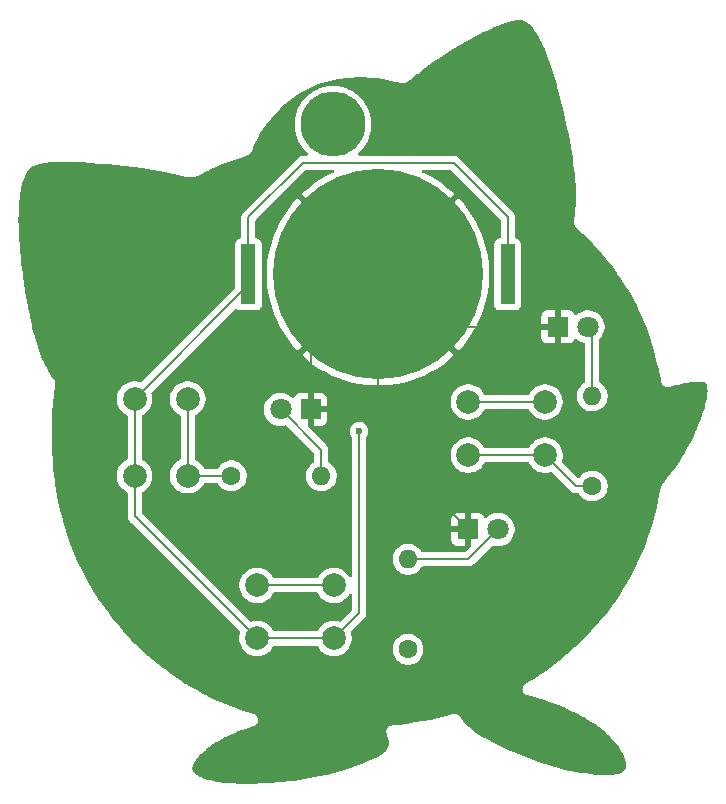
<source format=gbl>
G04 #@! TF.GenerationSoftware,KiCad,Pcbnew,8.99.0-3458-gcd40f6046b*
G04 #@! TF.CreationDate,2025-06-29T19:21:04+05:30*
G04 #@! TF.ProjectId,solder,736f6c64-6572-42e6-9b69-6361645f7063,rev?*
G04 #@! TF.SameCoordinates,Original*
G04 #@! TF.FileFunction,Copper,L2,Bot*
G04 #@! TF.FilePolarity,Positive*
%FSLAX46Y46*%
G04 Gerber Fmt 4.6, Leading zero omitted, Abs format (unit mm)*
G04 Created by KiCad (PCBNEW 8.99.0-3458-gcd40f6046b) date 2025-06-29 19:21:04*
%MOMM*%
%LPD*%
G01*
G04 APERTURE LIST*
G04 #@! TA.AperFunction,ComponentPad*
%ADD10R,1.800000X1.800000*%
G04 #@! TD*
G04 #@! TA.AperFunction,ComponentPad*
%ADD11C,1.800000*%
G04 #@! TD*
G04 #@! TA.AperFunction,ComponentPad*
%ADD12O,1.600000X1.600000*%
G04 #@! TD*
G04 #@! TA.AperFunction,ComponentPad*
%ADD13C,1.600000*%
G04 #@! TD*
G04 #@! TA.AperFunction,ComponentPad*
%ADD14C,2.000000*%
G04 #@! TD*
G04 #@! TA.AperFunction,SMDPad,CuDef*
%ADD15C,17.800000*%
G04 #@! TD*
G04 #@! TA.AperFunction,SMDPad,CuDef*
%ADD16R,1.270000X5.080000*%
G04 #@! TD*
G04 #@! TA.AperFunction,ViaPad*
%ADD17C,0.600000*%
G04 #@! TD*
G04 #@! TA.AperFunction,ViaPad*
%ADD18C,5.500000*%
G04 #@! TD*
G04 #@! TA.AperFunction,Conductor*
%ADD19C,0.200000*%
G04 #@! TD*
G04 APERTURE END LIST*
D10*
G04 #@! TO.P,D3,1,K*
G04 #@! TO.N,Net-(BT1--)*
X220345000Y-80645000D03*
D11*
G04 #@! TO.P,D3,2,A*
G04 #@! TO.N,Net-(D3-A)*
X222885000Y-80645000D03*
G04 #@! TD*
D12*
G04 #@! TO.P,R3,2*
G04 #@! TO.N,Net-(D3-A)*
X223250000Y-86500000D03*
D13*
G04 #@! TO.P,R3,1*
G04 #@! TO.N,Net-(R3-Pad1)*
X223250000Y-94120000D03*
G04 #@! TD*
D14*
G04 #@! TO.P,SW1,1,1*
G04 #@! TO.N,Net-(R1-Pad1)*
X189000000Y-93250000D03*
X189000000Y-86750000D03*
G04 #@! TO.P,SW1,2,2*
G04 #@! TO.N,Net-(BT1-+)*
X184500000Y-93250000D03*
X184500000Y-86750000D03*
G04 #@! TD*
G04 #@! TO.P,SW5,2,2*
G04 #@! TO.N,Net-(BT1-+)*
X194870000Y-107025000D03*
X201370000Y-107025000D03*
G04 #@! TO.P,SW5,1,1*
G04 #@! TO.N,Net-(R5-Pad1)*
X194870000Y-102525000D03*
X201370000Y-102525000D03*
G04 #@! TD*
G04 #@! TO.P,SW3,2,2*
G04 #@! TO.N,Net-(BT1-+)*
X219250000Y-87000000D03*
X212750000Y-87000000D03*
G04 #@! TO.P,SW3,1,1*
G04 #@! TO.N,Net-(R3-Pad1)*
X219250000Y-91500000D03*
X212750000Y-91500000D03*
G04 #@! TD*
D11*
G04 #@! TO.P,D1,2,A*
G04 #@! TO.N,Net-(D1-A)*
X196855000Y-87630000D03*
D10*
G04 #@! TO.P,D1,1,K*
G04 #@! TO.N,Net-(BT1--)*
X199395000Y-87630000D03*
G04 #@! TD*
D11*
G04 #@! TO.P,D5,2,A*
G04 #@! TO.N,Net-(D5-A)*
X215265000Y-97790000D03*
D10*
G04 #@! TO.P,D5,1,K*
G04 #@! TO.N,Net-(BT1--)*
X212725000Y-97790000D03*
G04 #@! TD*
D13*
G04 #@! TO.P,R5,1*
G04 #@! TO.N,Net-(R5-Pad1)*
X207645000Y-107950000D03*
D12*
G04 #@! TO.P,R5,2*
G04 #@! TO.N,Net-(D5-A)*
X207645000Y-100330000D03*
G04 #@! TD*
D13*
G04 #@! TO.P,R1,1*
G04 #@! TO.N,Net-(R1-Pad1)*
X192690000Y-93250000D03*
D12*
G04 #@! TO.P,R1,2*
G04 #@! TO.N,Net-(D1-A)*
X200310000Y-93250000D03*
G04 #@! TD*
D15*
G04 #@! TO.P,BT1,2,-*
G04 #@! TO.N,Net-(BT1--)*
X205105000Y-76200000D03*
D16*
G04 #@! TO.P,BT1,1,+*
G04 #@! TO.N,Net-(BT1-+)*
X216090000Y-76200000D03*
X194120000Y-76200000D03*
G04 #@! TD*
D17*
G04 #@! TO.N,Net-(BT1-+)*
X203500000Y-89500000D03*
D18*
G04 #@! TO.N,*
X201295000Y-63500000D03*
G04 #@! TD*
D19*
G04 #@! TO.N,Net-(BT1-+)*
X203500000Y-104895000D02*
X201370000Y-107025000D01*
X203500000Y-89500000D02*
X203500000Y-104895000D01*
X219250000Y-87000000D02*
X212750000Y-87000000D01*
G04 #@! TO.N,Net-(R3-Pad1)*
X219250000Y-91500000D02*
X212750000Y-91500000D01*
X221870000Y-94120000D02*
X219250000Y-91500000D01*
X223250000Y-94120000D02*
X221870000Y-94120000D01*
G04 #@! TO.N,Net-(BT1--)*
X207946000Y-79041000D02*
X205105000Y-76200000D01*
X209395000Y-80645000D02*
X207946000Y-79196000D01*
X207946000Y-79196000D02*
X207946000Y-79041000D01*
X220345000Y-80645000D02*
X209395000Y-80645000D01*
G04 #@! TO.N,Net-(D3-A)*
X223250000Y-81010000D02*
X222885000Y-80645000D01*
X223250000Y-86500000D02*
X223250000Y-81010000D01*
G04 #@! TO.N,Net-(BT1-+)*
X216090000Y-71340000D02*
X216090000Y-76200000D01*
X211500000Y-66750000D02*
X216090000Y-71340000D01*
X194120000Y-71380000D02*
X198750000Y-66750000D01*
X194120000Y-76200000D02*
X194120000Y-71380000D01*
X198750000Y-66750000D02*
X211500000Y-66750000D01*
X184500000Y-96655000D02*
X194870000Y-107025000D01*
X184500000Y-93250000D02*
X184500000Y-96655000D01*
X194120000Y-77130000D02*
X194120000Y-76200000D01*
X184500000Y-86750000D02*
X194120000Y-77130000D01*
X184500000Y-86750000D02*
X184500000Y-93250000D01*
G04 #@! TO.N,Net-(D1-A)*
X200310000Y-93250000D02*
X200310000Y-91085000D01*
X200310000Y-91085000D02*
X196855000Y-87630000D01*
G04 #@! TO.N,Net-(R1-Pad1)*
X192690000Y-93250000D02*
X189000000Y-93250000D01*
X189000000Y-86750000D02*
X189000000Y-93250000D01*
X189000000Y-86750000D02*
X189250000Y-87000000D01*
G04 #@! TO.N,Net-(BT1--)*
X205105000Y-90170000D02*
X205105000Y-76200000D01*
X212725000Y-97790000D02*
X205105000Y-90170000D01*
X199395000Y-81910000D02*
X205105000Y-76200000D01*
X199395000Y-87630000D02*
X199395000Y-81910000D01*
X210820000Y-75565000D02*
X208280000Y-75565000D01*
X208280000Y-75565000D02*
X199390000Y-75565000D01*
X210185000Y-77470000D02*
X208280000Y-75565000D01*
G04 #@! TO.N,Net-(D5-A)*
X212725000Y-100330000D02*
X215265000Y-97790000D01*
X207645000Y-100330000D02*
X212725000Y-100330000D01*
G04 #@! TO.N,Net-(R5-Pad1)*
X201370000Y-102525000D02*
X202220000Y-102525000D01*
X194870000Y-102525000D02*
X201370000Y-102525000D01*
G04 #@! TO.N,Net-(BT1-+)*
X194870000Y-107025000D02*
X201370000Y-107025000D01*
G04 #@! TD*
G04 #@! TA.AperFunction,Conductor*
G04 #@! TO.N,Net-(BT1--)*
G36*
X217147641Y-54670276D02*
G01*
X217152348Y-54670371D01*
X217196756Y-54672124D01*
X217201668Y-54672416D01*
X217244347Y-54675811D01*
X217249393Y-54676317D01*
X217290436Y-54681295D01*
X217295654Y-54682042D01*
X217312093Y-54684749D01*
X217335281Y-54688569D01*
X217340548Y-54689555D01*
X217378918Y-54697613D01*
X217384265Y-54698862D01*
X217421517Y-54708440D01*
X217426887Y-54709951D01*
X217463259Y-54721086D01*
X217468617Y-54722862D01*
X217504288Y-54735602D01*
X217509617Y-54737645D01*
X217544804Y-54752080D01*
X217549993Y-54754350D01*
X217584935Y-54770613D01*
X217590026Y-54773128D01*
X217624842Y-54791331D01*
X217629738Y-54794035D01*
X217664653Y-54814374D01*
X217669392Y-54817281D01*
X217704502Y-54839914D01*
X217709020Y-54842970D01*
X217740243Y-54865114D01*
X217746711Y-54869701D01*
X217750136Y-54872220D01*
X217793642Y-54905375D01*
X217796278Y-54907440D01*
X217821298Y-54927607D01*
X217840560Y-54943133D01*
X217843082Y-54945222D01*
X217886497Y-54982149D01*
X217888893Y-54984240D01*
X217931593Y-55022489D01*
X217933858Y-55024569D01*
X217975865Y-55064118D01*
X217977995Y-55066172D01*
X218019361Y-55107023D01*
X218021368Y-55109051D01*
X218062185Y-55151259D01*
X218063993Y-55153170D01*
X218104247Y-55196670D01*
X218105999Y-55198604D01*
X218145711Y-55243373D01*
X218147339Y-55245245D01*
X218186658Y-55291399D01*
X218188122Y-55293151D01*
X218226937Y-55340510D01*
X218228332Y-55342244D01*
X218265216Y-55388932D01*
X218267087Y-55391361D01*
X218310079Y-55448661D01*
X218344540Y-55494591D01*
X218346709Y-55497573D01*
X218421685Y-55603949D01*
X218423298Y-55606295D01*
X218498699Y-55718667D01*
X218500140Y-55720864D01*
X218571828Y-55832755D01*
X218573785Y-55835912D01*
X218715686Y-56072720D01*
X218717961Y-56076681D01*
X218850305Y-56317211D01*
X218852216Y-56320824D01*
X218977613Y-56567659D01*
X218979183Y-56570865D01*
X219098434Y-56823510D01*
X219099725Y-56826335D01*
X219213738Y-57084440D01*
X219214768Y-57086842D01*
X219324370Y-57349821D01*
X219325170Y-57351787D01*
X219430595Y-57617464D01*
X219431448Y-57619674D01*
X219612677Y-58103114D01*
X219613649Y-58105802D01*
X219783306Y-58592204D01*
X219784133Y-58594657D01*
X219943940Y-59085550D01*
X219944637Y-59087761D01*
X220095616Y-59582788D01*
X220096197Y-59584749D01*
X220239436Y-60083747D01*
X220239912Y-60085453D01*
X220302555Y-60316056D01*
X220367907Y-60556631D01*
X220375970Y-60586310D01*
X220376506Y-60588351D01*
X220633899Y-61603864D01*
X220634406Y-61605941D01*
X220686346Y-61826877D01*
X220854293Y-62541271D01*
X220854745Y-62543267D01*
X221059189Y-63482186D01*
X221059625Y-63484275D01*
X221247827Y-64426306D01*
X221248243Y-64428489D01*
X221419554Y-65373838D01*
X221419944Y-65376109D01*
X221575154Y-66333740D01*
X221575486Y-66335911D01*
X221643919Y-66811291D01*
X221644174Y-66813163D01*
X221705322Y-67289258D01*
X221705584Y-67291450D01*
X221758076Y-67767031D01*
X221758327Y-67769547D01*
X221800961Y-68244418D01*
X221801183Y-68247254D01*
X221832828Y-68721695D01*
X221832998Y-68724849D01*
X221852624Y-69201836D01*
X221852698Y-69204141D01*
X221859481Y-69505247D01*
X221859508Y-69507077D01*
X221861838Y-69807172D01*
X221861831Y-69809767D01*
X221857935Y-70105685D01*
X221857845Y-70109050D01*
X221846089Y-70400527D01*
X221845854Y-70404655D01*
X221824437Y-70694899D01*
X221824122Y-70698465D01*
X221809828Y-70837389D01*
X221809530Y-70840012D01*
X221792039Y-70980558D01*
X221791658Y-70983357D01*
X221771071Y-71122784D01*
X221770596Y-71125752D01*
X221746743Y-71264013D01*
X221746162Y-71267141D01*
X221718848Y-71404353D01*
X221718149Y-71407632D01*
X221701594Y-71480455D01*
X221700111Y-71485488D01*
X221697656Y-71496531D01*
X221692671Y-71511058D01*
X221692968Y-71511154D01*
X221690478Y-71518888D01*
X221689291Y-71525395D01*
X221684755Y-71540533D01*
X221684966Y-71540592D01*
X221682791Y-71548423D01*
X221681838Y-71555189D01*
X221677842Y-71570866D01*
X221677977Y-71570898D01*
X221676137Y-71578814D01*
X221675446Y-71585885D01*
X221674176Y-71595204D01*
X221672661Y-71603853D01*
X221670636Y-71610075D01*
X221670229Y-71617737D01*
X221668940Y-71625102D01*
X221668468Y-71626055D01*
X221668350Y-71626919D01*
X221668270Y-71627835D01*
X221668077Y-71628922D01*
X221667846Y-71630613D01*
X221667504Y-71632151D01*
X221667164Y-71634067D01*
X221667529Y-71634118D01*
X221666291Y-71643066D01*
X221665924Y-71650625D01*
X221665418Y-71656202D01*
X221665010Y-71658443D01*
X221665107Y-71659639D01*
X221664530Y-71666011D01*
X221664237Y-71666751D01*
X221664351Y-71666762D01*
X221663490Y-71676335D01*
X221663507Y-71680165D01*
X221663290Y-71686846D01*
X221663058Y-71688501D01*
X221663199Y-71689660D01*
X221662941Y-71697662D01*
X221662664Y-71698501D01*
X221662536Y-71699918D01*
X221662688Y-71699925D01*
X221662289Y-71709768D01*
X221662313Y-71710161D01*
X221662536Y-71717983D01*
X221662413Y-71719252D01*
X221662606Y-71720420D01*
X221662848Y-71728847D01*
X221661689Y-71733254D01*
X221661692Y-71733369D01*
X221662630Y-71733360D01*
X221662731Y-71743828D01*
X221663252Y-71749446D01*
X221663188Y-71750660D01*
X221663502Y-71752144D01*
X221664170Y-71759340D01*
X221663303Y-71763770D01*
X221663515Y-71766842D01*
X221664232Y-71766799D01*
X221664845Y-71776981D01*
X221665503Y-71781353D01*
X221665495Y-71782651D01*
X221665976Y-71784495D01*
X221666954Y-71790990D01*
X221666354Y-71795367D01*
X221666909Y-71800064D01*
X221667492Y-71800000D01*
X221668705Y-71810915D01*
X221670799Y-71822951D01*
X221670203Y-71823054D01*
X221671828Y-71832718D01*
X221672364Y-71832632D01*
X221674176Y-71843804D01*
X221676782Y-71855378D01*
X221676186Y-71855512D01*
X221678188Y-71864640D01*
X221678763Y-71864518D01*
X221681262Y-71876223D01*
X221684464Y-71887727D01*
X221683760Y-71887922D01*
X221685787Y-71895393D01*
X221686512Y-71895202D01*
X221689444Y-71906297D01*
X221691014Y-71910870D01*
X221691231Y-71911988D01*
X221691801Y-71913160D01*
X221694264Y-71920330D01*
X221694464Y-71924768D01*
X221694571Y-71925096D01*
X221695516Y-71924799D01*
X221698722Y-71934983D01*
X221698784Y-71935130D01*
X221701432Y-71942123D01*
X221701770Y-71943492D01*
X221702348Y-71944542D01*
X221705462Y-71952763D01*
X221705486Y-71953085D01*
X221706011Y-71954240D01*
X221711052Y-71968079D01*
X221711048Y-71968080D01*
X221716262Y-71979668D01*
X221716298Y-71979733D01*
X221719045Y-71985566D01*
X221719373Y-71986797D01*
X221720755Y-71989199D01*
X221722931Y-71993819D01*
X221723212Y-71995627D01*
X221725552Y-72000704D01*
X221729638Y-72008705D01*
X221730911Y-72011331D01*
X221731199Y-72011787D01*
X221740984Y-72030783D01*
X221741430Y-72031870D01*
X221742352Y-72033480D01*
X221742352Y-72033481D01*
X221742390Y-72033547D01*
X221744235Y-72036252D01*
X221751050Y-72049181D01*
X221751468Y-72048952D01*
X221754131Y-72053802D01*
X221756243Y-72057969D01*
X221761093Y-72065590D01*
X221761034Y-72065627D01*
X221768267Y-72076211D01*
X221770795Y-72080826D01*
X221771276Y-72081914D01*
X221771633Y-72082357D01*
X221772296Y-72083567D01*
X221772965Y-72084456D01*
X221777232Y-72090545D01*
X221777100Y-72090637D01*
X221786607Y-72103615D01*
X221787438Y-72105059D01*
X221788805Y-72107434D01*
X221791378Y-72110797D01*
X221794415Y-72114688D01*
X221794756Y-72115362D01*
X221796230Y-72117012D01*
X221798769Y-72120264D01*
X221799343Y-72121713D01*
X221803874Y-72127729D01*
X221810472Y-72135675D01*
X221810257Y-72135853D01*
X221815734Y-72141949D01*
X221816699Y-72143246D01*
X221816713Y-72143270D01*
X221816732Y-72143289D01*
X221820783Y-72148731D01*
X221826991Y-72155673D01*
X221826632Y-72155993D01*
X221836556Y-72166715D01*
X221837776Y-72168378D01*
X221843398Y-72174247D01*
X221843372Y-72174270D01*
X221853664Y-72184409D01*
X221860958Y-72193227D01*
X221861961Y-72194455D01*
X221863522Y-72196392D01*
X221864168Y-72197008D01*
X221882698Y-72213798D01*
X221892912Y-72225231D01*
X221897300Y-72229008D01*
X221905298Y-72235204D01*
X221908213Y-72237857D01*
X221919392Y-72249414D01*
X221923838Y-72252080D01*
X221932959Y-72260382D01*
X221933575Y-72261394D01*
X221936086Y-72263329D01*
X221942605Y-72269689D01*
X221948004Y-72273727D01*
X221958193Y-72282234D01*
X221980336Y-72302829D01*
X221985015Y-72306621D01*
X222214880Y-72518082D01*
X222216228Y-72519340D01*
X222492853Y-72781520D01*
X222494208Y-72782825D01*
X222766487Y-73048841D01*
X222767848Y-73050191D01*
X223035765Y-73320166D01*
X223037128Y-73321562D01*
X223300668Y-73595619D01*
X223302033Y-73597060D01*
X223561050Y-73875197D01*
X223562383Y-73876653D01*
X223816796Y-74158928D01*
X223818157Y-74160463D01*
X224067277Y-74446236D01*
X224068827Y-74448050D01*
X224411210Y-74856803D01*
X224413005Y-74858998D01*
X224735425Y-75262810D01*
X224743521Y-75272949D01*
X224745324Y-75275263D01*
X224994140Y-75602530D01*
X225064657Y-75695280D01*
X225066428Y-75697669D01*
X225374562Y-76123795D01*
X225376291Y-76126247D01*
X225673234Y-76558553D01*
X225674916Y-76561067D01*
X225960639Y-76999583D01*
X225962269Y-77002154D01*
X226024536Y-77103051D01*
X226217829Y-77416264D01*
X226236720Y-77446874D01*
X226238296Y-77449499D01*
X226501481Y-77900509D01*
X226502997Y-77903183D01*
X226754890Y-78360525D01*
X226756344Y-78363245D01*
X226996898Y-78826925D01*
X226998287Y-78829685D01*
X227227534Y-79299867D01*
X227228853Y-79302661D01*
X227446685Y-79779227D01*
X227447934Y-79782052D01*
X227654369Y-80265160D01*
X227655545Y-80268009D01*
X227850576Y-80757769D01*
X227851677Y-80760637D01*
X228035197Y-81256931D01*
X228036222Y-81259812D01*
X228208484Y-81763512D01*
X228209342Y-81766113D01*
X228338850Y-82174004D01*
X228339546Y-82176272D01*
X228461343Y-82586956D01*
X228461994Y-82589229D01*
X228575877Y-83001941D01*
X228576482Y-83004218D01*
X228682468Y-83418881D01*
X228683026Y-83421158D01*
X228761421Y-83753983D01*
X228781171Y-83837829D01*
X228781680Y-83840088D01*
X228787361Y-83866412D01*
X228872023Y-84258769D01*
X228872491Y-84261039D01*
X228955079Y-84681761D01*
X228955501Y-84684022D01*
X229025145Y-85077275D01*
X229025667Y-85080466D01*
X229027047Y-85089647D01*
X229026864Y-85092175D01*
X229029475Y-85105802D01*
X229029847Y-85108273D01*
X229029743Y-85109024D01*
X229030479Y-85114688D01*
X229033073Y-85127491D01*
X229034735Y-85139278D01*
X229035016Y-85140589D01*
X229037422Y-85151822D01*
X229039311Y-85164208D01*
X229042086Y-85176461D01*
X229042838Y-85180023D01*
X229044425Y-85188135D01*
X229044376Y-85190000D01*
X229046667Y-85199587D01*
X229047162Y-85202113D01*
X229047146Y-85202276D01*
X229047586Y-85204394D01*
X229049123Y-85213108D01*
X229049375Y-85214824D01*
X229050468Y-85218676D01*
X229052241Y-85225698D01*
X229053795Y-85232700D01*
X229054648Y-85237148D01*
X229055340Y-85243695D01*
X229055478Y-85243674D01*
X229056709Y-85251707D01*
X229056796Y-85252006D01*
X229058258Y-85257501D01*
X229060248Y-85265737D01*
X229060355Y-85267886D01*
X229062012Y-85273039D01*
X229063094Y-85277514D01*
X229063073Y-85277933D01*
X229063857Y-85280875D01*
X229064597Y-85284361D01*
X229067505Y-85292581D01*
X229071540Y-85306541D01*
X229073072Y-85313305D01*
X229076805Y-85325628D01*
X229079629Y-85337436D01*
X229083697Y-85350295D01*
X229086549Y-85361593D01*
X229087593Y-85364220D01*
X229089334Y-85367717D01*
X229092624Y-85375193D01*
X229093511Y-85378243D01*
X229095172Y-85380985D01*
X229098430Y-85388387D01*
X229098451Y-85388551D01*
X229104194Y-85400681D01*
X229103824Y-85400855D01*
X229104232Y-85401685D01*
X229104869Y-85401361D01*
X229109269Y-85410003D01*
X229114193Y-85418066D01*
X229117318Y-85423859D01*
X229117319Y-85423861D01*
X229130630Y-85442291D01*
X229138380Y-85454454D01*
X229140392Y-85458058D01*
X229150779Y-85476670D01*
X229155631Y-85483186D01*
X229155498Y-85483284D01*
X229160807Y-85489830D01*
X229164947Y-85495986D01*
X229170637Y-85507113D01*
X229177667Y-85514897D01*
X229182600Y-85522232D01*
X229183121Y-85523880D01*
X229186731Y-85528810D01*
X229187560Y-85530227D01*
X229187664Y-85530361D01*
X229191698Y-85534495D01*
X229191727Y-85534542D01*
X229191958Y-85534762D01*
X229193601Y-85536445D01*
X229193877Y-85536966D01*
X229196847Y-85540099D01*
X229202756Y-85545429D01*
X229206870Y-85549314D01*
X229221813Y-85564083D01*
X229226675Y-85569169D01*
X229258959Y-85604918D01*
X229258958Y-85604918D01*
X229260341Y-85605813D01*
X229260342Y-85605814D01*
X229265931Y-85609432D01*
X229271049Y-85612745D01*
X229281292Y-85622868D01*
X229326195Y-85648443D01*
X229329144Y-85650352D01*
X229329153Y-85650358D01*
X229350773Y-85664353D01*
X229369589Y-85676533D01*
X229383290Y-85680962D01*
X229395804Y-85688090D01*
X229445802Y-85701173D01*
X229449149Y-85702255D01*
X229488270Y-85714903D01*
X229494982Y-85717073D01*
X229496616Y-85717156D01*
X229521714Y-85721038D01*
X229523296Y-85721452D01*
X229574993Y-85721149D01*
X229626596Y-85723778D01*
X229640672Y-85720764D01*
X229655078Y-85720680D01*
X229701571Y-85707928D01*
X229708337Y-85706277D01*
X230252961Y-85589685D01*
X230252969Y-85589726D01*
X230253148Y-85589645D01*
X230531405Y-85530531D01*
X230531991Y-85530408D01*
X230807787Y-85473352D01*
X230808775Y-85473153D01*
X230989389Y-85437850D01*
X230991022Y-85437541D01*
X231170359Y-85405008D01*
X231172227Y-85404685D01*
X231350117Y-85375452D01*
X231352376Y-85375103D01*
X231528805Y-85349652D01*
X231531485Y-85349297D01*
X231706462Y-85328084D01*
X231709591Y-85327745D01*
X231883225Y-85311200D01*
X231886634Y-85310925D01*
X232058987Y-85299469D01*
X232062883Y-85299272D01*
X232234718Y-85293288D01*
X232238596Y-85293216D01*
X232290206Y-85293086D01*
X232293966Y-85293136D01*
X232347261Y-85294662D01*
X232350564Y-85294802D01*
X232406584Y-85297919D01*
X232409385Y-85298106D01*
X232468075Y-85302712D01*
X232470295Y-85302908D01*
X232531619Y-85308876D01*
X232533236Y-85309046D01*
X232596028Y-85316086D01*
X232597606Y-85316274D01*
X232728313Y-85332777D01*
X232731303Y-85333192D01*
X232741144Y-85334683D01*
X232745291Y-85335385D01*
X232751200Y-85336492D01*
X232755449Y-85337367D01*
X232760372Y-85338472D01*
X232764634Y-85339510D01*
X232768704Y-85340580D01*
X232772977Y-85341788D01*
X232776224Y-85342772D01*
X232780560Y-85344174D01*
X232783079Y-85345042D01*
X232787471Y-85346649D01*
X232788709Y-85347129D01*
X232789333Y-85347371D01*
X232793657Y-85349142D01*
X232794396Y-85349461D01*
X232794856Y-85349660D01*
X232795021Y-85349731D01*
X232799481Y-85351763D01*
X232800459Y-85352232D01*
X232804669Y-85354350D01*
X232805403Y-85354737D01*
X232827026Y-85369232D01*
X232831454Y-85372930D01*
X232838166Y-85378966D01*
X232839684Y-85380435D01*
X232841348Y-85382045D01*
X232847362Y-85388287D01*
X232851874Y-85393310D01*
X232857198Y-85399650D01*
X232863080Y-85407150D01*
X232867689Y-85413423D01*
X232874839Y-85423823D01*
X232878801Y-85429966D01*
X232887035Y-85443599D01*
X232890390Y-85449514D01*
X232899469Y-85466604D01*
X232902282Y-85472243D01*
X232905273Y-85478642D01*
X232911899Y-85492817D01*
X232914251Y-85498173D01*
X232924480Y-85523053D01*
X232926327Y-85527825D01*
X232938925Y-85562467D01*
X232940528Y-85567164D01*
X232941343Y-85569720D01*
X232951788Y-85602468D01*
X232953163Y-85607088D01*
X232963149Y-85643188D01*
X232964299Y-85647673D01*
X232973045Y-85684656D01*
X232973992Y-85689009D01*
X232981540Y-85727009D01*
X232982302Y-85731226D01*
X232988664Y-85770273D01*
X232989254Y-85774312D01*
X232994457Y-85814550D01*
X232994892Y-85818384D01*
X232998951Y-85859892D01*
X232999252Y-85863518D01*
X233002168Y-85906249D01*
X233002354Y-85909661D01*
X233004143Y-85953726D01*
X233004231Y-85956898D01*
X233004911Y-86002273D01*
X233004920Y-86005230D01*
X233004535Y-86048680D01*
X233004437Y-86052641D01*
X233000320Y-86153457D01*
X233000052Y-86157981D01*
X232992173Y-86259613D01*
X232991825Y-86263363D01*
X232975305Y-86416096D01*
X232974909Y-86419356D01*
X232954214Y-86572614D01*
X232953754Y-86575718D01*
X232929164Y-86728549D01*
X232928655Y-86731492D01*
X232900286Y-86884254D01*
X232899737Y-86887029D01*
X232867821Y-87039435D01*
X232867247Y-87042039D01*
X232832542Y-87191652D01*
X232831660Y-87195211D01*
X232750509Y-87503357D01*
X232749335Y-87507522D01*
X232657427Y-87812831D01*
X232656325Y-87816304D01*
X232554250Y-88122485D01*
X232553280Y-88125282D01*
X232442626Y-88432549D01*
X232441835Y-88434686D01*
X232324583Y-88742411D01*
X232323790Y-88744437D01*
X232211147Y-89025163D01*
X232210242Y-89027358D01*
X232092616Y-89304996D01*
X232091688Y-89307131D01*
X231968998Y-89582230D01*
X231968051Y-89584302D01*
X231841551Y-89854487D01*
X231840105Y-89857469D01*
X231569133Y-90398110D01*
X231567169Y-90401868D01*
X231278932Y-90930982D01*
X231276954Y-90934478D01*
X230971107Y-91455041D01*
X230969140Y-91458275D01*
X230646576Y-91970802D01*
X230644642Y-91973779D01*
X230306268Y-92478756D01*
X230304388Y-92481482D01*
X229950362Y-92980469D01*
X229948885Y-92982507D01*
X229778151Y-93213086D01*
X229777273Y-93214257D01*
X229601775Y-93445511D01*
X229601017Y-93446499D01*
X229422495Y-93676896D01*
X229421861Y-93677707D01*
X229285026Y-93851308D01*
X229276538Y-93860851D01*
X229265415Y-93875313D01*
X229255557Y-93885473D01*
X229255978Y-93885869D01*
X229250410Y-93891790D01*
X229240351Y-93905773D01*
X229230727Y-93916351D01*
X229231140Y-93916715D01*
X229225768Y-93922815D01*
X229216246Y-93937005D01*
X229213673Y-93940693D01*
X229206656Y-93950369D01*
X229202160Y-93954570D01*
X229193200Y-93968929D01*
X229190674Y-93972414D01*
X229190353Y-93972661D01*
X229188580Y-93975217D01*
X229180071Y-93986281D01*
X229173491Y-93997658D01*
X229167356Y-94007224D01*
X229167018Y-94007700D01*
X229159905Y-94017589D01*
X229159775Y-94017930D01*
X229158381Y-94019900D01*
X229152566Y-94030786D01*
X229146169Y-94041440D01*
X229138637Y-94052666D01*
X229132790Y-94064563D01*
X229127293Y-94074557D01*
X229126996Y-94075041D01*
X229120422Y-94085580D01*
X229120293Y-94086002D01*
X229119246Y-94087714D01*
X229114198Y-94098923D01*
X229108482Y-94110072D01*
X229102349Y-94120677D01*
X229101704Y-94122211D01*
X229101468Y-94122522D01*
X229096677Y-94134179D01*
X229096464Y-94134689D01*
X229096347Y-94134832D01*
X229091519Y-94145082D01*
X229085447Y-94156451D01*
X229080738Y-94169071D01*
X229075851Y-94180407D01*
X229070200Y-94191905D01*
X229067715Y-94199244D01*
X229067637Y-94199536D01*
X229065882Y-94204746D01*
X229061435Y-94216076D01*
X229055961Y-94228231D01*
X229053779Y-94235476D01*
X229053473Y-94236796D01*
X229052299Y-94240678D01*
X229048307Y-94251900D01*
X229046495Y-94256311D01*
X229046363Y-94256585D01*
X229043014Y-94264764D01*
X229041101Y-94271989D01*
X229040636Y-94274335D01*
X229039995Y-94276715D01*
X229036439Y-94287814D01*
X229035501Y-94290328D01*
X229035105Y-94291224D01*
X229035151Y-94291242D01*
X229031455Y-94300923D01*
X229029681Y-94308627D01*
X229029109Y-94312066D01*
X229028901Y-94312939D01*
X229025821Y-94323687D01*
X229025435Y-94324836D01*
X229024741Y-94326498D01*
X229024815Y-94326524D01*
X229021105Y-94337136D01*
X229019276Y-94346447D01*
X229018678Y-94346329D01*
X229016327Y-94359490D01*
X229013668Y-94368394D01*
X229013148Y-94369501D01*
X229012858Y-94371108D01*
X229011602Y-94375316D01*
X229010277Y-94383393D01*
X229009646Y-94383289D01*
X229007603Y-94397011D01*
X229003506Y-94412228D01*
X229002435Y-94420289D01*
X229002178Y-94420254D01*
X229001587Y-94426869D01*
X229000966Y-94430349D01*
X228996532Y-94448988D01*
X228996683Y-94454356D01*
X228994446Y-94466896D01*
X228994000Y-94467790D01*
X228993768Y-94470399D01*
X228990615Y-94485535D01*
X228990011Y-94493639D01*
X228989328Y-94493588D01*
X228988705Y-94505117D01*
X228988565Y-94505959D01*
X228985690Y-94521923D01*
X228985765Y-94522831D01*
X228984410Y-94531001D01*
X228984325Y-94531175D01*
X228984223Y-94532098D01*
X228913699Y-94934712D01*
X228913240Y-94937184D01*
X228821720Y-95403787D01*
X228821211Y-95406252D01*
X228720318Y-95870540D01*
X228719759Y-95872993D01*
X228609510Y-96334947D01*
X228608901Y-96337386D01*
X228489323Y-96796958D01*
X228488667Y-96799381D01*
X228359712Y-97256791D01*
X228359008Y-97259193D01*
X228220735Y-97714277D01*
X228219986Y-97716656D01*
X228072609Y-98168801D01*
X228071722Y-98171422D01*
X227879013Y-98720727D01*
X227877933Y-98723686D01*
X227672642Y-99264468D01*
X227671478Y-99267419D01*
X227453400Y-99800385D01*
X227452155Y-99803321D01*
X227221197Y-100328787D01*
X227219870Y-100331702D01*
X226976144Y-100849490D01*
X226974739Y-100852377D01*
X226718237Y-101362587D01*
X226716756Y-101365441D01*
X226447482Y-101868131D01*
X226445926Y-101870947D01*
X226163884Y-102366170D01*
X226162258Y-102368941D01*
X225867456Y-102856727D01*
X225865763Y-102859448D01*
X225558222Y-103339817D01*
X225556466Y-103342483D01*
X225236207Y-103815445D01*
X225234393Y-103818052D01*
X224901372Y-104283707D01*
X224899503Y-104286251D01*
X224553759Y-104744579D01*
X224551842Y-104747055D01*
X224193354Y-105198116D01*
X224191392Y-105200522D01*
X223820161Y-105644335D01*
X223818160Y-105646668D01*
X223433542Y-106083989D01*
X223431791Y-106085939D01*
X223120026Y-106425667D01*
X223118501Y-106427298D01*
X222800859Y-106761161D01*
X222799296Y-106762774D01*
X222476351Y-107090125D01*
X222474748Y-107091721D01*
X222146472Y-107412555D01*
X222144832Y-107414129D01*
X221811168Y-107728476D01*
X221809490Y-107730027D01*
X221470622Y-108037690D01*
X221468910Y-108039217D01*
X221124525Y-108340457D01*
X221122777Y-108341957D01*
X220773086Y-108636554D01*
X220771306Y-108638025D01*
X220416177Y-108926069D01*
X220414366Y-108927510D01*
X220053823Y-109208953D01*
X220051982Y-109210363D01*
X219686010Y-109485189D01*
X219684142Y-109486564D01*
X219312663Y-109754806D01*
X219310770Y-109756147D01*
X218933773Y-110017783D01*
X218931855Y-110019087D01*
X218549469Y-110274002D01*
X218547530Y-110275269D01*
X218159510Y-110523597D01*
X218157552Y-110524825D01*
X217821999Y-110730862D01*
X217821798Y-110730985D01*
X217814922Y-110735188D01*
X217814755Y-110735239D01*
X217801348Y-110743488D01*
X217800933Y-110743742D01*
X217800852Y-110743763D01*
X217788593Y-110750360D01*
X217787800Y-110750729D01*
X217774129Y-110759425D01*
X217761582Y-110766420D01*
X217760922Y-110766738D01*
X217725548Y-110789982D01*
X217722550Y-110791891D01*
X217716691Y-110795504D01*
X217716007Y-110795737D01*
X217712199Y-110798274D01*
X217710323Y-110799432D01*
X217710308Y-110799435D01*
X217710129Y-110799551D01*
X217696592Y-110807865D01*
X217695734Y-110808472D01*
X217682441Y-110816652D01*
X217681776Y-110817193D01*
X217670142Y-110825579D01*
X217656466Y-110834280D01*
X217655902Y-110834753D01*
X217644376Y-110843323D01*
X217630359Y-110852535D01*
X217604741Y-110869369D01*
X217599964Y-110872979D01*
X217592578Y-110877843D01*
X217580916Y-110884643D01*
X217552593Y-110899152D01*
X217552588Y-110899155D01*
X217539172Y-110911287D01*
X217524218Y-110922864D01*
X217509104Y-110932819D01*
X217487959Y-110956607D01*
X217478456Y-110966192D01*
X217454850Y-110987540D01*
X217454843Y-110987548D01*
X217445023Y-111002740D01*
X217445022Y-111002739D01*
X217439868Y-111010712D01*
X217421555Y-111031318D01*
X217404264Y-111065797D01*
X217400596Y-111071473D01*
X217400588Y-111071488D01*
X217383309Y-111098222D01*
X217377755Y-111115439D01*
X217370591Y-111132944D01*
X217362483Y-111149113D01*
X217362478Y-111149128D01*
X217356063Y-111180294D01*
X217354699Y-111186922D01*
X217342855Y-111223644D01*
X217341470Y-111251180D01*
X217339557Y-111260474D01*
X217339557Y-111260476D01*
X217335910Y-111278194D01*
X217335910Y-111278202D01*
X217337779Y-111309969D01*
X217337837Y-111323474D01*
X217336239Y-111355260D01*
X217336240Y-111355268D01*
X217340037Y-111372945D01*
X217342587Y-111391690D01*
X217343651Y-111409751D01*
X217343651Y-111409754D01*
X217350644Y-111430815D01*
X217355812Y-111446380D01*
X217363917Y-111484107D01*
X217376483Y-111508639D01*
X217379473Y-111517643D01*
X217379477Y-111517651D01*
X217385181Y-111534829D01*
X217402685Y-111561407D01*
X217406408Y-111567061D01*
X217423998Y-111601399D01*
X217442490Y-111621849D01*
X217447711Y-111629776D01*
X217447714Y-111629779D01*
X217457663Y-111644885D01*
X217486505Y-111670521D01*
X217512389Y-111699144D01*
X217535549Y-111714114D01*
X217542646Y-111720422D01*
X217542646Y-111720423D01*
X217552340Y-111729038D01*
X217556162Y-111732435D01*
X217556165Y-111732436D01*
X217556167Y-111732438D01*
X217584616Y-111746704D01*
X217590665Y-111749737D01*
X217623067Y-111770681D01*
X217649308Y-111779145D01*
X217673964Y-111791509D01*
X217703415Y-111797571D01*
X217717705Y-111801415D01*
X217729784Y-111805451D01*
X217739660Y-111809429D01*
X217754292Y-111814158D01*
X217767566Y-111819307D01*
X217768971Y-111819947D01*
X217768973Y-111819947D01*
X217768974Y-111819948D01*
X217780994Y-111823620D01*
X217793676Y-111828263D01*
X217798686Y-111830413D01*
X217798689Y-111830415D01*
X217810620Y-111833775D01*
X217811965Y-111834162D01*
X217819831Y-111836478D01*
X217820704Y-111836990D01*
X217834247Y-111840722D01*
X217835197Y-111841002D01*
X217835332Y-111841089D01*
X217839927Y-111842499D01*
X217844852Y-111844165D01*
X217848762Y-111845201D01*
X217864009Y-111850295D01*
X217874323Y-111852949D01*
X217885676Y-111856619D01*
X217887020Y-111857054D01*
X217888533Y-111857332D01*
X217902363Y-111860702D01*
X217914573Y-111864433D01*
X217914574Y-111864433D01*
X217919942Y-111865330D01*
X217930982Y-111867695D01*
X217931991Y-111867959D01*
X217944951Y-111871610D01*
X217945948Y-111871622D01*
X217953845Y-111873695D01*
X217954069Y-111873830D01*
X217955305Y-111874088D01*
X218449279Y-112010236D01*
X218582801Y-112047037D01*
X218587056Y-112048293D01*
X219264706Y-112261425D01*
X219268975Y-112262853D01*
X219388335Y-112305213D01*
X219936421Y-112499725D01*
X219940654Y-112501315D01*
X220597752Y-112762087D01*
X220601993Y-112763862D01*
X220833192Y-112865702D01*
X221248661Y-113048710D01*
X221252868Y-113050658D01*
X221889099Y-113359807D01*
X221893231Y-113361911D01*
X222480243Y-113674922D01*
X222518966Y-113695570D01*
X222523039Y-113697841D01*
X223140293Y-114057443D01*
X223143416Y-114059327D01*
X223313738Y-114165530D01*
X223316015Y-114166986D01*
X223484997Y-114277852D01*
X223487357Y-114279442D01*
X223652902Y-114393715D01*
X223655327Y-114395432D01*
X223817340Y-114513097D01*
X223819710Y-114514862D01*
X223978367Y-114636106D01*
X223980762Y-114637985D01*
X224135884Y-114762734D01*
X224138264Y-114764697D01*
X224289885Y-114893041D01*
X224292219Y-114895069D01*
X224440290Y-115027041D01*
X224442593Y-115029149D01*
X224587061Y-115164767D01*
X224589351Y-115166973D01*
X224611399Y-115188783D01*
X224730210Y-115306310D01*
X224732494Y-115308630D01*
X224869710Y-115451731D01*
X224871853Y-115454026D01*
X225001602Y-115596770D01*
X225005381Y-115600927D01*
X225007588Y-115603423D01*
X225137387Y-115754169D01*
X225139540Y-115756739D01*
X225265578Y-115911383D01*
X225267672Y-115914024D01*
X225389936Y-116072654D01*
X225391964Y-116075360D01*
X225509965Y-116237413D01*
X225512101Y-116240441D01*
X225620233Y-116398670D01*
X225622150Y-116401561D01*
X225670400Y-116476586D01*
X225671782Y-116478786D01*
X225719138Y-116555927D01*
X225720561Y-116558304D01*
X225765549Y-116635464D01*
X225767011Y-116638045D01*
X225809399Y-116715018D01*
X225810931Y-116717888D01*
X225850675Y-116794767D01*
X225852226Y-116797873D01*
X225889286Y-116874763D01*
X225890819Y-116878069D01*
X225916614Y-116935931D01*
X225925098Y-116954963D01*
X225926630Y-116958551D01*
X225958065Y-117035490D01*
X225959556Y-117039319D01*
X225988126Y-117116451D01*
X225989551Y-117120513D01*
X226015181Y-117197852D01*
X226016508Y-117202115D01*
X226039171Y-117279818D01*
X226040381Y-117284277D01*
X226060047Y-117362541D01*
X226061124Y-117367206D01*
X226077712Y-117446053D01*
X226078633Y-117450914D01*
X226092210Y-117531230D01*
X226092923Y-117536013D01*
X226099118Y-117583973D01*
X226099593Y-117588229D01*
X226104363Y-117638867D01*
X226104671Y-117642794D01*
X226107949Y-117695464D01*
X226108120Y-117699073D01*
X226109916Y-117753456D01*
X226109981Y-117756752D01*
X226110341Y-117812786D01*
X226110325Y-117815782D01*
X226109304Y-117873352D01*
X226109226Y-117876054D01*
X226106902Y-117934809D01*
X226106782Y-117937237D01*
X226103881Y-117986236D01*
X226089691Y-118036918D01*
X226088491Y-118039185D01*
X226085793Y-118044019D01*
X226082436Y-118049729D01*
X226079761Y-118054072D01*
X226075031Y-118061409D01*
X226072403Y-118065320D01*
X226066201Y-118074182D01*
X226063654Y-118077689D01*
X226055891Y-118087995D01*
X226053458Y-118091120D01*
X226044137Y-118102705D01*
X226041839Y-118105478D01*
X226030950Y-118118235D01*
X226028799Y-118120689D01*
X226016343Y-118134527D01*
X226014354Y-118136684D01*
X226003418Y-118148270D01*
X226000406Y-118151351D01*
X225961927Y-118189373D01*
X225958270Y-118192842D01*
X225920542Y-118227194D01*
X225916673Y-118230573D01*
X225878430Y-118262600D01*
X225874377Y-118265853D01*
X225835612Y-118295645D01*
X225831384Y-118298754D01*
X225791958Y-118326482D01*
X225787584Y-118329421D01*
X225747381Y-118355214D01*
X225742884Y-118357966D01*
X225701821Y-118381910D01*
X225697229Y-118384459D01*
X225655145Y-118406666D01*
X225650483Y-118409002D01*
X225607284Y-118429524D01*
X225602575Y-118431642D01*
X225558069Y-118450556D01*
X225553357Y-118452446D01*
X225507413Y-118469787D01*
X225502718Y-118471451D01*
X225501724Y-118471782D01*
X225455303Y-118487199D01*
X225450639Y-118488646D01*
X225401523Y-118502837D01*
X225396924Y-118504071D01*
X225346080Y-118516668D01*
X225341569Y-118517697D01*
X225288801Y-118528699D01*
X225284385Y-118529536D01*
X225230861Y-118538685D01*
X225226128Y-118539400D01*
X225028105Y-118565429D01*
X225023354Y-118565961D01*
X224824625Y-118584324D01*
X224820128Y-118584657D01*
X224620040Y-118595828D01*
X224615819Y-118595992D01*
X224414243Y-118600368D01*
X224410317Y-118600391D01*
X224207280Y-118598369D01*
X224203661Y-118598280D01*
X223999044Y-118590264D01*
X223995734Y-118590090D01*
X223789614Y-118576490D01*
X223786620Y-118576256D01*
X223579076Y-118557504D01*
X223576334Y-118557225D01*
X223139795Y-118507980D01*
X223137076Y-118507643D01*
X222702782Y-118448906D01*
X222700121Y-118448517D01*
X222268011Y-118380505D01*
X222265416Y-118380068D01*
X221835401Y-118302999D01*
X221832872Y-118302519D01*
X221404825Y-118216595D01*
X221402365Y-118216075D01*
X220979292Y-118122190D01*
X220975748Y-118121349D01*
X220126291Y-117906481D01*
X220121818Y-117905260D01*
X219282694Y-117659280D01*
X219278528Y-117657979D01*
X218446198Y-117381835D01*
X218442344Y-117380485D01*
X217616526Y-117075963D01*
X217612981Y-117074594D01*
X216791298Y-116742652D01*
X216788850Y-116741633D01*
X216113239Y-116451751D01*
X216111671Y-116451065D01*
X215778391Y-116302584D01*
X215776912Y-116301913D01*
X215446108Y-116149315D01*
X215444311Y-116148469D01*
X215117583Y-115991353D01*
X215115475Y-115990314D01*
X214793406Y-115827855D01*
X214790998Y-115826607D01*
X214474134Y-115657980D01*
X214471439Y-115656503D01*
X214158689Y-115479982D01*
X214156262Y-115478576D01*
X214111015Y-115451671D01*
X213998813Y-115384952D01*
X213941608Y-115350936D01*
X213939220Y-115349479D01*
X213728865Y-115217884D01*
X213726051Y-115216071D01*
X213703680Y-115201221D01*
X213519710Y-115079100D01*
X213517417Y-115077540D01*
X213508584Y-115071379D01*
X213419683Y-115009368D01*
X213418046Y-115008205D01*
X213320227Y-114937494D01*
X213318452Y-114936185D01*
X213222600Y-114864238D01*
X213220720Y-114862799D01*
X213142003Y-114801330D01*
X213126704Y-114789383D01*
X213124775Y-114787845D01*
X213124496Y-114787618D01*
X213043814Y-114721948D01*
X213032801Y-114712984D01*
X213030773Y-114711297D01*
X212940905Y-114634914D01*
X212938811Y-114633094D01*
X212851046Y-114555050D01*
X212848900Y-114553096D01*
X212763219Y-114473237D01*
X212761027Y-114471143D01*
X212758960Y-114469120D01*
X212677652Y-114389535D01*
X212675438Y-114387313D01*
X212673350Y-114385163D01*
X212595126Y-114304604D01*
X212592541Y-114301859D01*
X212572061Y-114279442D01*
X212529574Y-114232937D01*
X212527209Y-114230272D01*
X212488781Y-114185694D01*
X212464219Y-114157201D01*
X212462487Y-114155145D01*
X212397819Y-114076661D01*
X212396605Y-114075164D01*
X212329882Y-113991571D01*
X212329141Y-113990634D01*
X212225850Y-113858461D01*
X212225638Y-113857963D01*
X212185302Y-113806575D01*
X212154448Y-113767094D01*
X212149915Y-113760516D01*
X212108590Y-113708835D01*
X212107894Y-113707957D01*
X212067387Y-113656348D01*
X212060802Y-113649070D01*
X212059013Y-113646832D01*
X212048191Y-113630898D01*
X212039660Y-113615960D01*
X212039659Y-113615959D01*
X212039657Y-113615955D01*
X212035322Y-113611579D01*
X212016635Y-113592715D01*
X212016635Y-113592716D01*
X212011999Y-113588036D01*
X211987466Y-113557354D01*
X211965825Y-113541425D01*
X211959022Y-113534558D01*
X211959021Y-113534556D01*
X211946915Y-113522336D01*
X211946913Y-113522334D01*
X211918654Y-113505840D01*
X211918654Y-113505839D01*
X211912963Y-113502517D01*
X211881331Y-113479236D01*
X211856307Y-113469452D01*
X211847956Y-113464579D01*
X211847955Y-113464577D01*
X211847953Y-113464577D01*
X211833094Y-113455904D01*
X211833090Y-113455902D01*
X211801544Y-113447290D01*
X211801544Y-113447291D01*
X211795180Y-113445553D01*
X211758594Y-113431250D01*
X211731891Y-113428276D01*
X211722564Y-113425730D01*
X211722562Y-113425729D01*
X211705963Y-113421198D01*
X211693458Y-113421139D01*
X211673249Y-113421043D01*
X211666659Y-113421012D01*
X211627619Y-113416665D01*
X211601052Y-113420704D01*
X211591383Y-113420659D01*
X211591382Y-113420658D01*
X211574178Y-113420578D01*
X211542553Y-113428892D01*
X211529676Y-113431556D01*
X211497336Y-113436475D01*
X211497329Y-113436476D01*
X211481561Y-113443380D01*
X211463364Y-113449712D01*
X210866487Y-113606640D01*
X210863714Y-113607335D01*
X210221085Y-113760545D01*
X210218354Y-113761164D01*
X209570287Y-113900282D01*
X209567597Y-113900828D01*
X208914576Y-114025957D01*
X208911927Y-114026435D01*
X208254282Y-114137711D01*
X208251675Y-114138124D01*
X207589814Y-114235670D01*
X207587247Y-114236021D01*
X206921646Y-114319951D01*
X206919119Y-114320243D01*
X206251231Y-114390575D01*
X206249756Y-114390730D01*
X206189969Y-114395604D01*
X206184323Y-114397620D01*
X206178365Y-114398248D01*
X206178359Y-114398249D01*
X206123730Y-114419230D01*
X206120996Y-114420243D01*
X206065868Y-114439940D01*
X206060539Y-114442674D01*
X206055346Y-114445495D01*
X206007990Y-114479915D01*
X206007989Y-114479914D01*
X206006746Y-114480817D01*
X205957469Y-114514888D01*
X205953588Y-114519456D01*
X205951276Y-114521136D01*
X205948738Y-114522982D01*
X205911915Y-114568469D01*
X205911916Y-114568470D01*
X205910962Y-114569647D01*
X205872163Y-114615335D01*
X205869595Y-114620754D01*
X205865825Y-114625413D01*
X205865822Y-114625418D01*
X205842024Y-114678895D01*
X205842025Y-114678896D01*
X205841428Y-114680238D01*
X205815761Y-114734441D01*
X205814685Y-114740334D01*
X205812246Y-114745816D01*
X205803466Y-114801330D01*
X205802874Y-114805072D01*
X205792107Y-114864084D01*
X205792593Y-114870058D01*
X205791657Y-114875980D01*
X205791657Y-114875982D01*
X205797783Y-114934156D01*
X205798055Y-114937064D01*
X205802813Y-114995433D01*
X205804068Y-115001256D01*
X205805458Y-115007037D01*
X205805458Y-115007039D01*
X205805459Y-115007041D01*
X205819563Y-115043765D01*
X205824196Y-115055827D01*
X205828567Y-115070139D01*
X205829028Y-115071377D01*
X205829029Y-115071379D01*
X205850538Y-115129052D01*
X205851124Y-115130658D01*
X205852043Y-115133230D01*
X205852846Y-115135950D01*
X205854543Y-115140454D01*
X205854544Y-115140455D01*
X205854712Y-115140902D01*
X205855714Y-115143558D01*
X205856434Y-115145519D01*
X205861304Y-115159150D01*
X205871847Y-115188661D01*
X205871910Y-115188783D01*
X205877762Y-115202050D01*
X205902195Y-115267560D01*
X205903831Y-115271182D01*
X205925448Y-115328519D01*
X205926062Y-115330186D01*
X205945130Y-115383146D01*
X205946064Y-115385835D01*
X205961884Y-115433155D01*
X205963116Y-115437052D01*
X205976439Y-115481751D01*
X205977477Y-115485444D01*
X205981566Y-115500893D01*
X205982291Y-115503770D01*
X205985149Y-115515717D01*
X205986275Y-115520913D01*
X205988742Y-115533610D01*
X206005796Y-115621378D01*
X206006783Y-115627199D01*
X206011254Y-115657980D01*
X206012312Y-115665260D01*
X206012832Y-115669305D01*
X206017486Y-115710926D01*
X206017880Y-115715084D01*
X206021014Y-115755351D01*
X206021272Y-115759622D01*
X206022957Y-115798634D01*
X206023069Y-115803007D01*
X206023367Y-115840801D01*
X206023322Y-115845259D01*
X206022292Y-115881948D01*
X206022082Y-115886473D01*
X206019777Y-115922105D01*
X206019396Y-115926685D01*
X206015856Y-115961384D01*
X206015297Y-115966000D01*
X206010555Y-115999854D01*
X206009816Y-116004491D01*
X206003897Y-116037575D01*
X206002978Y-116042199D01*
X205995896Y-116074620D01*
X205994797Y-116079228D01*
X205986536Y-116111146D01*
X205985262Y-116115709D01*
X205975823Y-116147171D01*
X205974382Y-116151659D01*
X205963739Y-116182778D01*
X205962142Y-116187175D01*
X205950247Y-116218075D01*
X205948494Y-116222386D01*
X205937876Y-116247154D01*
X205935335Y-116253080D01*
X205933441Y-116257280D01*
X205918930Y-116287930D01*
X205916909Y-116292003D01*
X205901026Y-116322597D01*
X205898895Y-116326527D01*
X205881558Y-116357168D01*
X205879328Y-116360951D01*
X205863253Y-116387151D01*
X205859761Y-116392526D01*
X205814148Y-116458910D01*
X205809290Y-116465503D01*
X205760024Y-116527934D01*
X205755032Y-116533868D01*
X205698572Y-116596879D01*
X205693551Y-116602162D01*
X205629517Y-116665684D01*
X205624549Y-116670348D01*
X205549290Y-116737200D01*
X205545841Y-116740152D01*
X205513164Y-116767093D01*
X205511186Y-116768690D01*
X205473971Y-116798112D01*
X205471993Y-116799644D01*
X205434071Y-116828401D01*
X205432109Y-116829859D01*
X205395889Y-116856217D01*
X205392984Y-116858267D01*
X205311198Y-116914270D01*
X205307399Y-116916771D01*
X205225329Y-116968653D01*
X205221648Y-116970892D01*
X205136756Y-117020516D01*
X205133222Y-117022504D01*
X205045610Y-117069945D01*
X205042241Y-117071703D01*
X204951851Y-117117123D01*
X204948665Y-117118668D01*
X204856151Y-117161893D01*
X204852974Y-117163323D01*
X204285599Y-117409239D01*
X204282392Y-117410576D01*
X203709574Y-117640009D01*
X203706392Y-117641233D01*
X203127961Y-117854654D01*
X203124815Y-117855767D01*
X202541012Y-118053487D01*
X202537907Y-118054493D01*
X201948691Y-118236917D01*
X201945658Y-118237814D01*
X201351170Y-118405284D01*
X201348179Y-118406086D01*
X200748532Y-118558955D01*
X200745607Y-118559663D01*
X200139802Y-118698537D01*
X200137370Y-118699069D01*
X199707682Y-118788529D01*
X199705656Y-118788933D01*
X199273785Y-118871367D01*
X199271744Y-118871739D01*
X198838754Y-118946903D01*
X198836698Y-118947242D01*
X198402774Y-119015075D01*
X198400705Y-119015381D01*
X197965623Y-119075896D01*
X197963541Y-119076167D01*
X197527554Y-119129300D01*
X197525461Y-119129537D01*
X197088487Y-119175273D01*
X197086385Y-119175475D01*
X196648135Y-119213811D01*
X196646180Y-119213967D01*
X196149690Y-119249497D01*
X196147800Y-119249617D01*
X195650261Y-119277590D01*
X195648521Y-119277676D01*
X195149741Y-119298697D01*
X195148152Y-119298754D01*
X194649682Y-119313362D01*
X194647822Y-119313402D01*
X194203266Y-119319757D01*
X194201206Y-119319770D01*
X193756416Y-119318738D01*
X193754474Y-119318718D01*
X193309448Y-119310713D01*
X193307621Y-119310667D01*
X192863597Y-119296131D01*
X192861456Y-119296042D01*
X192579464Y-119281930D01*
X192576769Y-119281766D01*
X192297739Y-119261702D01*
X192294692Y-119261445D01*
X192018282Y-119234705D01*
X192014887Y-119234329D01*
X191741257Y-119200227D01*
X191737521Y-119199704D01*
X191466811Y-119157569D01*
X191462749Y-119156867D01*
X191195002Y-119106025D01*
X191190632Y-119105113D01*
X190925973Y-119044912D01*
X190921319Y-119043759D01*
X190658073Y-118973073D01*
X190653809Y-118971845D01*
X190531622Y-118934300D01*
X190527960Y-118933113D01*
X190406771Y-118891716D01*
X190402879Y-118890313D01*
X190284887Y-118845548D01*
X190280779Y-118843905D01*
X190222758Y-118819481D01*
X190174109Y-118799002D01*
X190163113Y-118794373D01*
X190159906Y-118792969D01*
X190150346Y-118788623D01*
X190106252Y-118768576D01*
X190104193Y-118767617D01*
X190048585Y-118741011D01*
X190046369Y-118739923D01*
X190013441Y-118723349D01*
X189991625Y-118712368D01*
X189989403Y-118711220D01*
X189935339Y-118682597D01*
X189933046Y-118681352D01*
X189928939Y-118679066D01*
X189879749Y-118651683D01*
X189877500Y-118650399D01*
X189824863Y-118619599D01*
X189822618Y-118618253D01*
X189770613Y-118586275D01*
X189768342Y-118584843D01*
X189720021Y-118553626D01*
X189716540Y-118551293D01*
X189681780Y-118527134D01*
X189677439Y-118523975D01*
X189647756Y-118501378D01*
X189643464Y-118497958D01*
X189616521Y-118475484D01*
X189612303Y-118471799D01*
X189588002Y-118449575D01*
X189583853Y-118445599D01*
X189562024Y-118423682D01*
X189557974Y-118419418D01*
X189538349Y-118397750D01*
X189534437Y-118393215D01*
X189516909Y-118371876D01*
X189513178Y-118367100D01*
X189497506Y-118345997D01*
X189493972Y-118340984D01*
X189480024Y-118320121D01*
X189476743Y-118314938D01*
X189464319Y-118294192D01*
X189461275Y-118288806D01*
X189450292Y-118268191D01*
X189447524Y-118262668D01*
X189437793Y-118241971D01*
X189435306Y-118236316D01*
X189431562Y-118227194D01*
X189426786Y-118215557D01*
X189424600Y-118209828D01*
X189417175Y-118188820D01*
X189415296Y-118183052D01*
X189408936Y-118161767D01*
X189407356Y-118155968D01*
X189402005Y-118134236D01*
X189400728Y-118128453D01*
X189396385Y-118106236D01*
X189395403Y-118100494D01*
X189392073Y-118077765D01*
X189391368Y-118072009D01*
X189390907Y-118067351D01*
X189389062Y-118048699D01*
X189388633Y-118043025D01*
X189388312Y-118036918D01*
X189387371Y-118019038D01*
X189387204Y-118013453D01*
X189387172Y-118009142D01*
X189387023Y-117988814D01*
X189387105Y-117983330D01*
X189387163Y-117981759D01*
X189387796Y-117964630D01*
X189388347Y-117956684D01*
X189394420Y-117897128D01*
X189395886Y-117886953D01*
X189406209Y-117831730D01*
X189408403Y-117822132D01*
X189423952Y-117764722D01*
X189426767Y-117755710D01*
X189447725Y-117696641D01*
X189451086Y-117688173D01*
X189452709Y-117684485D01*
X189479930Y-117622629D01*
X189482669Y-117616821D01*
X189509399Y-117563802D01*
X189511333Y-117560127D01*
X189542459Y-117503358D01*
X189544433Y-117499893D01*
X189577624Y-117443864D01*
X189579667Y-117440540D01*
X189614862Y-117385233D01*
X189616908Y-117382122D01*
X189654230Y-117327231D01*
X189656212Y-117324405D01*
X189695585Y-117269941D01*
X189697509Y-117267355D01*
X189738922Y-117213233D01*
X189740860Y-117210768D01*
X189784252Y-117156956D01*
X189786128Y-117154685D01*
X189795031Y-117144166D01*
X189831522Y-117101050D01*
X189833202Y-117099107D01*
X189880603Y-117045537D01*
X189882211Y-117043756D01*
X189931454Y-116990319D01*
X189932941Y-116988734D01*
X189982443Y-116936967D01*
X189984474Y-116934895D01*
X190093805Y-116825945D01*
X190096067Y-116823750D01*
X190209253Y-116716737D01*
X190211129Y-116715002D01*
X190318243Y-116617932D01*
X190320236Y-116616163D01*
X190429070Y-116521776D01*
X190430975Y-116520159D01*
X190541900Y-116428011D01*
X190543681Y-116426563D01*
X190656630Y-116336612D01*
X190658335Y-116335281D01*
X190773278Y-116247444D01*
X190775019Y-116246141D01*
X190889416Y-116162178D01*
X190892092Y-116160270D01*
X191133312Y-115993318D01*
X191136812Y-115990984D01*
X191382619Y-115833173D01*
X191385906Y-115831136D01*
X191638426Y-115680158D01*
X191641493Y-115678383D01*
X191900461Y-115533585D01*
X191903222Y-115532089D01*
X192167684Y-115393173D01*
X192170331Y-115391824D01*
X192438032Y-115259559D01*
X192440727Y-115258268D01*
X192711561Y-115132638D01*
X192714172Y-115131463D01*
X192988395Y-115011988D01*
X192990730Y-115011002D01*
X193268137Y-114897419D01*
X193270558Y-114896459D01*
X193550992Y-114788481D01*
X193553241Y-114787640D01*
X193836620Y-114684948D01*
X193838604Y-114684250D01*
X194124922Y-114586501D01*
X194126809Y-114585876D01*
X194372543Y-114506743D01*
X194375470Y-114505841D01*
X194386283Y-114502653D01*
X194390194Y-114502391D01*
X194409385Y-114495842D01*
X194411873Y-114495109D01*
X194414294Y-114495106D01*
X194420003Y-114493882D01*
X194419832Y-114493134D01*
X194427754Y-114491314D01*
X194432128Y-114489684D01*
X194437522Y-114487813D01*
X194447733Y-114484533D01*
X194450975Y-114484149D01*
X194459371Y-114480795D01*
X194463448Y-114479486D01*
X194466509Y-114479408D01*
X194468047Y-114478996D01*
X194467821Y-114478196D01*
X194475644Y-114475984D01*
X194475647Y-114475982D01*
X194475651Y-114475982D01*
X194480961Y-114473696D01*
X194494082Y-114469781D01*
X194493874Y-114469120D01*
X194501624Y-114466679D01*
X194501631Y-114466678D01*
X194507826Y-114463792D01*
X194516578Y-114460117D01*
X194525457Y-114456782D01*
X194528839Y-114456074D01*
X194533146Y-114453894D01*
X194537959Y-114452087D01*
X194538692Y-114451724D01*
X194538699Y-114451722D01*
X194538704Y-114451718D01*
X194539154Y-114451496D01*
X194549672Y-114447663D01*
X194549424Y-114447027D01*
X194556995Y-114444068D01*
X194556999Y-114444068D01*
X194557002Y-114444066D01*
X194557251Y-114443969D01*
X194563064Y-114440887D01*
X194563070Y-114440885D01*
X194563075Y-114440881D01*
X194567120Y-114438737D01*
X194578568Y-114434124D01*
X194578429Y-114433802D01*
X194585891Y-114430563D01*
X194585891Y-114430562D01*
X194585894Y-114430562D01*
X194590678Y-114427690D01*
X194602191Y-114421579D01*
X194603770Y-114420844D01*
X194608426Y-114418841D01*
X194608925Y-114418446D01*
X194614645Y-114415786D01*
X194615328Y-114415457D01*
X194615339Y-114415454D01*
X194617037Y-114414341D01*
X194632629Y-114405665D01*
X194632758Y-114405606D01*
X194632761Y-114405603D01*
X194633081Y-114405454D01*
X194640331Y-114401224D01*
X194645064Y-114398701D01*
X194645072Y-114398699D01*
X194645078Y-114398694D01*
X194645385Y-114398531D01*
X194650855Y-114394883D01*
X194655469Y-114392016D01*
X194658034Y-114390719D01*
X194659115Y-114389750D01*
X194665101Y-114386032D01*
X194666905Y-114385532D01*
X194668071Y-114384896D01*
X194667794Y-114384424D01*
X194674803Y-114380301D01*
X194674808Y-114380300D01*
X194674812Y-114380296D01*
X194675577Y-114379847D01*
X194676723Y-114378998D01*
X194682295Y-114375078D01*
X194683970Y-114374157D01*
X194684967Y-114373199D01*
X194692696Y-114367763D01*
X194698226Y-114365884D01*
X194697462Y-114364703D01*
X194706985Y-114358543D01*
X194716714Y-114350814D01*
X194716902Y-114351050D01*
X194725630Y-114343674D01*
X194731500Y-114339650D01*
X194733344Y-114338677D01*
X194734538Y-114337569D01*
X194736451Y-114336258D01*
X194736957Y-114335822D01*
X194736964Y-114335818D01*
X194736969Y-114335812D01*
X194743140Y-114330503D01*
X194743278Y-114330663D01*
X194755068Y-114320087D01*
X194763575Y-114314009D01*
X194763579Y-114314004D01*
X194769516Y-114308459D01*
X194769628Y-114308579D01*
X194781131Y-114297372D01*
X194789916Y-114290521D01*
X194789918Y-114290519D01*
X194792390Y-114288007D01*
X194800036Y-114279272D01*
X194803315Y-114276032D01*
X194815760Y-114265445D01*
X194819458Y-114260084D01*
X194827750Y-114251894D01*
X194828948Y-114251248D01*
X194831448Y-114248388D01*
X194837790Y-114242619D01*
X194837792Y-114242614D01*
X194837910Y-114242508D01*
X194839025Y-114241164D01*
X194839036Y-114241150D01*
X194840938Y-114238855D01*
X194840946Y-114238848D01*
X194874484Y-114185476D01*
X194874998Y-114184669D01*
X194886317Y-114167041D01*
X194908993Y-114131726D01*
X194908996Y-114131714D01*
X194910283Y-114128982D01*
X194910283Y-114128981D01*
X194910290Y-114128967D01*
X194911017Y-114127420D01*
X194911063Y-114127269D01*
X194911065Y-114127267D01*
X194929778Y-114066609D01*
X194949068Y-114006183D01*
X194949183Y-114003712D01*
X194949916Y-114001340D01*
X194950319Y-113990570D01*
X194952292Y-113937901D01*
X194955285Y-113874545D01*
X194954757Y-113872123D01*
X194954850Y-113869648D01*
X194940872Y-113808393D01*
X194940608Y-113807212D01*
X194935172Y-113782272D01*
X194927220Y-113745785D01*
X194927217Y-113745780D01*
X194926170Y-113742867D01*
X194926169Y-113742865D01*
X194926169Y-113742863D01*
X194925612Y-113741315D01*
X194896127Y-113685521D01*
X194896127Y-113685522D01*
X194895860Y-113685016D01*
X194866785Y-113628674D01*
X194865117Y-113626840D01*
X194863960Y-113624651D01*
X194821133Y-113578489D01*
X194820416Y-113577708D01*
X194778097Y-113531193D01*
X194775884Y-113529324D01*
X194775746Y-113529208D01*
X194774469Y-113528129D01*
X194765246Y-113522333D01*
X194721060Y-113494565D01*
X194720518Y-113494225D01*
X194667206Y-113459994D01*
X194664846Y-113459240D01*
X194662748Y-113457922D01*
X194662746Y-113457921D01*
X194662744Y-113457920D01*
X194602586Y-113439359D01*
X194601529Y-113439028D01*
X193996209Y-113245800D01*
X193994787Y-113245336D01*
X193444670Y-113061605D01*
X193441846Y-113060624D01*
X192901906Y-112865702D01*
X192899081Y-112864643D01*
X192366109Y-112657448D01*
X192363312Y-112656321D01*
X191837293Y-112436847D01*
X191834593Y-112435681D01*
X191315547Y-112203929D01*
X191312805Y-112202663D01*
X190800693Y-111958609D01*
X190797956Y-111957263D01*
X190517863Y-111815122D01*
X190292837Y-111700926D01*
X190290096Y-111699492D01*
X189791865Y-111430815D01*
X189789156Y-111429310D01*
X189297880Y-111148314D01*
X189295209Y-111146742D01*
X189131331Y-111047492D01*
X188810726Y-110853322D01*
X188808135Y-110851708D01*
X188799367Y-110846094D01*
X188330611Y-110545944D01*
X188328041Y-110544253D01*
X187857310Y-110226028D01*
X187854780Y-110224272D01*
X187546420Y-110004459D01*
X187390938Y-109893624D01*
X187388475Y-109891822D01*
X187033104Y-109625005D01*
X186931455Y-109548685D01*
X186929041Y-109546826D01*
X186478883Y-109191205D01*
X186476530Y-109189299D01*
X186032510Y-108820569D01*
X186030483Y-108818849D01*
X186005538Y-108797213D01*
X185655721Y-108493804D01*
X185654136Y-108492402D01*
X185285840Y-108160757D01*
X185284116Y-108159175D01*
X184923138Y-107821570D01*
X184921422Y-107819934D01*
X184567775Y-107476276D01*
X184566070Y-107474587D01*
X184219698Y-107124711D01*
X184218039Y-107123002D01*
X183879157Y-106767008D01*
X183877490Y-106765222D01*
X183875250Y-106762774D01*
X183619070Y-106482758D01*
X183546005Y-106402895D01*
X183544350Y-106401048D01*
X183266608Y-106084997D01*
X183220496Y-106032524D01*
X183218873Y-106030641D01*
X182902501Y-105655629D01*
X182900921Y-105653716D01*
X182592274Y-105272375D01*
X182590728Y-105270424D01*
X182289693Y-104882485D01*
X182288144Y-104880446D01*
X181994930Y-104486032D01*
X181993416Y-104483950D01*
X181963670Y-104442153D01*
X181707990Y-104082883D01*
X181706513Y-104080761D01*
X181577849Y-103891744D01*
X181428963Y-103673019D01*
X181427531Y-103670868D01*
X181318018Y-103502512D01*
X181157881Y-103256331D01*
X181156503Y-103254162D01*
X181149864Y-103243471D01*
X180896453Y-102835401D01*
X180894534Y-102832202D01*
X180441235Y-102049619D01*
X180438858Y-102045322D01*
X180020600Y-101251632D01*
X180018380Y-101247207D01*
X180009901Y-101229428D01*
X179633396Y-100439953D01*
X179631368Y-100435469D01*
X179279356Y-99614688D01*
X179277540Y-99610212D01*
X178958176Y-98775863D01*
X178956528Y-98771292D01*
X178683171Y-97963694D01*
X178669544Y-97923438D01*
X178668096Y-97918870D01*
X178647493Y-97849244D01*
X178413223Y-97057531D01*
X178411970Y-97052980D01*
X178397543Y-96996392D01*
X178188213Y-96175300D01*
X178187426Y-96172020D01*
X178077933Y-95685785D01*
X178077447Y-95683524D01*
X178049651Y-95548256D01*
X177976726Y-95193375D01*
X177976274Y-95191057D01*
X177962856Y-95118665D01*
X177885215Y-94699787D01*
X177884796Y-94697392D01*
X177881860Y-94679577D01*
X177803653Y-94204971D01*
X177803267Y-94202469D01*
X177796583Y-94155986D01*
X177732286Y-93708824D01*
X177731961Y-93706384D01*
X177671390Y-93211421D01*
X177671107Y-93208884D01*
X177621207Y-92712679D01*
X177620973Y-92710058D01*
X177581866Y-92210909D01*
X177581719Y-92208803D01*
X177554298Y-91758556D01*
X177554247Y-91757643D01*
X177531293Y-91304428D01*
X177531258Y-91303681D01*
X177512021Y-90848951D01*
X177511991Y-90848178D01*
X177495736Y-90394993D01*
X177495692Y-90393519D01*
X177494781Y-90355485D01*
X177486048Y-89991073D01*
X177486017Y-89988958D01*
X177483848Y-89588234D01*
X177483853Y-89586335D01*
X177488542Y-89184668D01*
X177488575Y-89182970D01*
X177499554Y-88780684D01*
X177499607Y-88779126D01*
X177516315Y-88376021D01*
X177516379Y-88374678D01*
X177538162Y-87972309D01*
X177538272Y-87970553D01*
X177595289Y-87158894D01*
X177595429Y-87157109D01*
X177611588Y-86969764D01*
X177611682Y-86968733D01*
X177630014Y-86780463D01*
X177630159Y-86779069D01*
X177646275Y-86631902D01*
X182999500Y-86631902D01*
X182999500Y-86868097D01*
X183036446Y-87101368D01*
X183109433Y-87325996D01*
X183194000Y-87491966D01*
X183216657Y-87536433D01*
X183355483Y-87727510D01*
X183522490Y-87894517D01*
X183654035Y-87990090D01*
X183713568Y-88033344D01*
X183769178Y-88061678D01*
X183831794Y-88093582D01*
X183882590Y-88141556D01*
X183899500Y-88204067D01*
X183899500Y-91795931D01*
X183879815Y-91862970D01*
X183831796Y-91906415D01*
X183713568Y-91966655D01*
X183609536Y-92042240D01*
X183522490Y-92105483D01*
X183522488Y-92105485D01*
X183522487Y-92105485D01*
X183355485Y-92272487D01*
X183355485Y-92272488D01*
X183355483Y-92272490D01*
X183350481Y-92279375D01*
X183216657Y-92463566D01*
X183109433Y-92674003D01*
X183036446Y-92898631D01*
X182999500Y-93131902D01*
X182999500Y-93368097D01*
X183036446Y-93601368D01*
X183109433Y-93825996D01*
X183207715Y-94018884D01*
X183216657Y-94036433D01*
X183355483Y-94227510D01*
X183522490Y-94394517D01*
X183647765Y-94485535D01*
X183713568Y-94533344D01*
X183779152Y-94566760D01*
X183831794Y-94593582D01*
X183882590Y-94641556D01*
X183899500Y-94704067D01*
X183899500Y-96568330D01*
X183899499Y-96568348D01*
X183899499Y-96734054D01*
X183899498Y-96734054D01*
X183916354Y-96796958D01*
X183940423Y-96886785D01*
X183943019Y-96891282D01*
X183943023Y-96891294D01*
X183943026Y-96891293D01*
X184019477Y-97023712D01*
X184019481Y-97023717D01*
X184138349Y-97142585D01*
X184138355Y-97142590D01*
X193417200Y-106421435D01*
X193450685Y-106482758D01*
X193447450Y-106547433D01*
X193406447Y-106673628D01*
X193369500Y-106906902D01*
X193369500Y-107143097D01*
X193406446Y-107376368D01*
X193479433Y-107600996D01*
X193567321Y-107773484D01*
X193586657Y-107811433D01*
X193725483Y-108002510D01*
X193892490Y-108169517D01*
X194083567Y-108308343D01*
X194182991Y-108359002D01*
X194294003Y-108415566D01*
X194294005Y-108415566D01*
X194294008Y-108415568D01*
X194397575Y-108449219D01*
X194518631Y-108488553D01*
X194751903Y-108525500D01*
X194751908Y-108525500D01*
X194988097Y-108525500D01*
X195221368Y-108488553D01*
X195296503Y-108464140D01*
X195445992Y-108415568D01*
X195656433Y-108308343D01*
X195847510Y-108169517D01*
X196014517Y-108002510D01*
X196153343Y-107811433D01*
X196213583Y-107693204D01*
X196261558Y-107642409D01*
X196324068Y-107625500D01*
X199915932Y-107625500D01*
X199982971Y-107645185D01*
X200026416Y-107693203D01*
X200086657Y-107811433D01*
X200225483Y-108002510D01*
X200392490Y-108169517D01*
X200583567Y-108308343D01*
X200682991Y-108359002D01*
X200794003Y-108415566D01*
X200794005Y-108415566D01*
X200794008Y-108415568D01*
X200897575Y-108449219D01*
X201018631Y-108488553D01*
X201251903Y-108525500D01*
X201251908Y-108525500D01*
X201488097Y-108525500D01*
X201721368Y-108488553D01*
X201796503Y-108464140D01*
X201945992Y-108415568D01*
X202156433Y-108308343D01*
X202347510Y-108169517D01*
X202514517Y-108002510D01*
X202627031Y-107847648D01*
X206344500Y-107847648D01*
X206344500Y-108052351D01*
X206376522Y-108254534D01*
X206439781Y-108449223D01*
X206532715Y-108631613D01*
X206653028Y-108797213D01*
X206797786Y-108941971D01*
X206952749Y-109054556D01*
X206963390Y-109062287D01*
X207079607Y-109121503D01*
X207145776Y-109155218D01*
X207145778Y-109155218D01*
X207145781Y-109155220D01*
X207250137Y-109189127D01*
X207340465Y-109218477D01*
X207441557Y-109234488D01*
X207542648Y-109250500D01*
X207542649Y-109250500D01*
X207747351Y-109250500D01*
X207747352Y-109250500D01*
X207949534Y-109218477D01*
X208144219Y-109155220D01*
X208326610Y-109062287D01*
X208419590Y-108994732D01*
X208492213Y-108941971D01*
X208492215Y-108941968D01*
X208492219Y-108941966D01*
X208636966Y-108797219D01*
X208636968Y-108797215D01*
X208636971Y-108797213D01*
X208753162Y-108637287D01*
X208757287Y-108631610D01*
X208850220Y-108449219D01*
X208913477Y-108254534D01*
X208945500Y-108052352D01*
X208945500Y-107847648D01*
X208913477Y-107645466D01*
X208850220Y-107450781D01*
X208850218Y-107450778D01*
X208850218Y-107450776D01*
X208812305Y-107376368D01*
X208757287Y-107268390D01*
X208749556Y-107257749D01*
X208636971Y-107102786D01*
X208492213Y-106958028D01*
X208326613Y-106837715D01*
X208326612Y-106837714D01*
X208326610Y-106837713D01*
X208251678Y-106799533D01*
X208144223Y-106744781D01*
X207949534Y-106681522D01*
X207774995Y-106653878D01*
X207747352Y-106649500D01*
X207542648Y-106649500D01*
X207518329Y-106653351D01*
X207340465Y-106681522D01*
X207145776Y-106744781D01*
X206963386Y-106837715D01*
X206797786Y-106958028D01*
X206653028Y-107102786D01*
X206532715Y-107268386D01*
X206439781Y-107450776D01*
X206376522Y-107645465D01*
X206344500Y-107847648D01*
X202627031Y-107847648D01*
X202653343Y-107811433D01*
X202658936Y-107800457D01*
X202666058Y-107786480D01*
X202760566Y-107600996D01*
X202760566Y-107600995D01*
X202760568Y-107600992D01*
X202833553Y-107376368D01*
X202868204Y-107157591D01*
X202870500Y-107143097D01*
X202870500Y-106906902D01*
X202835315Y-106684759D01*
X202833553Y-106673632D01*
X202792547Y-106547433D01*
X202790553Y-106477593D01*
X202822796Y-106421437D01*
X203858506Y-105385728D01*
X203858511Y-105385724D01*
X203868714Y-105375520D01*
X203868716Y-105375520D01*
X203980520Y-105263716D01*
X204032298Y-105174033D01*
X204059577Y-105126785D01*
X204100501Y-104974057D01*
X204100501Y-104815943D01*
X204100501Y-104808348D01*
X204100500Y-104808330D01*
X204100500Y-100227648D01*
X206344500Y-100227648D01*
X206344500Y-100432351D01*
X206376522Y-100634534D01*
X206439781Y-100829223D01*
X206532715Y-101011613D01*
X206653028Y-101177213D01*
X206797786Y-101321971D01*
X206952749Y-101434556D01*
X206963390Y-101442287D01*
X207079607Y-101501503D01*
X207145776Y-101535218D01*
X207145778Y-101535218D01*
X207145781Y-101535220D01*
X207250137Y-101569127D01*
X207340465Y-101598477D01*
X207441557Y-101614488D01*
X207542648Y-101630500D01*
X207542649Y-101630500D01*
X207747351Y-101630500D01*
X207747352Y-101630500D01*
X207949534Y-101598477D01*
X208144219Y-101535220D01*
X208326610Y-101442287D01*
X208436309Y-101362587D01*
X208492213Y-101321971D01*
X208492215Y-101321968D01*
X208492219Y-101321966D01*
X208636966Y-101177219D01*
X208636968Y-101177215D01*
X208636971Y-101177213D01*
X208757284Y-101011614D01*
X208757285Y-101011613D01*
X208757287Y-101011610D01*
X208764117Y-100998204D01*
X208812091Y-100947409D01*
X208874602Y-100930500D01*
X212638331Y-100930500D01*
X212638347Y-100930501D01*
X212645943Y-100930501D01*
X212804054Y-100930501D01*
X212804057Y-100930501D01*
X212956785Y-100889577D01*
X213025079Y-100850147D01*
X213093716Y-100810520D01*
X213205520Y-100698716D01*
X213205520Y-100698714D01*
X213215724Y-100688511D01*
X213215728Y-100688506D01*
X214740797Y-99163436D01*
X214802118Y-99129953D01*
X214866794Y-99133188D01*
X214937049Y-99156015D01*
X215154778Y-99190500D01*
X215154779Y-99190500D01*
X215375221Y-99190500D01*
X215375222Y-99190500D01*
X215592951Y-99156015D01*
X215802606Y-99087895D01*
X215999022Y-98987815D01*
X216177365Y-98858242D01*
X216333242Y-98702365D01*
X216462815Y-98524022D01*
X216562895Y-98327606D01*
X216631015Y-98117951D01*
X216665500Y-97900222D01*
X216665500Y-97679778D01*
X216631015Y-97462049D01*
X216596955Y-97357221D01*
X216562896Y-97252396D01*
X216562895Y-97252393D01*
X216506944Y-97142585D01*
X216462815Y-97055978D01*
X216423263Y-97001539D01*
X216333247Y-96877641D01*
X216333243Y-96877636D01*
X216177363Y-96721756D01*
X216177358Y-96721752D01*
X215999025Y-96592187D01*
X215999024Y-96592186D01*
X215999022Y-96592185D01*
X215936096Y-96560122D01*
X215802606Y-96492104D01*
X215802603Y-96492103D01*
X215592952Y-96423985D01*
X215481065Y-96406264D01*
X215375222Y-96389500D01*
X215154778Y-96389500D01*
X215082201Y-96400995D01*
X214937047Y-96423985D01*
X214727396Y-96492103D01*
X214727393Y-96492104D01*
X214530974Y-96592187D01*
X214352641Y-96721752D01*
X214352636Y-96721756D01*
X214302075Y-96772317D01*
X214240752Y-96805801D01*
X214171060Y-96800816D01*
X214115127Y-96758945D01*
X214098213Y-96727968D01*
X214068354Y-96647913D01*
X214068350Y-96647906D01*
X213982190Y-96532812D01*
X213982187Y-96532809D01*
X213867093Y-96446649D01*
X213867086Y-96446645D01*
X213732379Y-96396403D01*
X213732372Y-96396401D01*
X213672844Y-96390000D01*
X212975000Y-96390000D01*
X212975000Y-97414722D01*
X212898694Y-97370667D01*
X212784244Y-97340000D01*
X212665756Y-97340000D01*
X212551306Y-97370667D01*
X212475000Y-97414722D01*
X212475000Y-96390000D01*
X211777155Y-96390000D01*
X211717627Y-96396401D01*
X211717620Y-96396403D01*
X211582913Y-96446645D01*
X211582906Y-96446649D01*
X211467812Y-96532809D01*
X211467809Y-96532812D01*
X211381649Y-96647906D01*
X211381645Y-96647913D01*
X211331403Y-96782620D01*
X211331401Y-96782627D01*
X211325000Y-96842155D01*
X211325000Y-97540000D01*
X212349722Y-97540000D01*
X212305667Y-97616306D01*
X212275000Y-97730756D01*
X212275000Y-97849244D01*
X212305667Y-97963694D01*
X212349722Y-98040000D01*
X211325000Y-98040000D01*
X211325000Y-98737844D01*
X211331401Y-98797372D01*
X211331403Y-98797379D01*
X211381645Y-98932086D01*
X211381649Y-98932093D01*
X211467809Y-99047187D01*
X211467812Y-99047190D01*
X211582906Y-99133350D01*
X211582913Y-99133354D01*
X211717620Y-99183596D01*
X211717627Y-99183598D01*
X211777155Y-99189999D01*
X211777172Y-99190000D01*
X212475000Y-99190000D01*
X212475000Y-98165277D01*
X212551306Y-98209333D01*
X212665756Y-98240000D01*
X212784244Y-98240000D01*
X212898694Y-98209333D01*
X212975000Y-98165277D01*
X212975000Y-99179403D01*
X212955315Y-99246442D01*
X212938681Y-99267084D01*
X212512584Y-99693181D01*
X212451261Y-99726666D01*
X212424903Y-99729500D01*
X208874602Y-99729500D01*
X208807563Y-99709815D01*
X208764117Y-99661795D01*
X208757284Y-99648385D01*
X208636971Y-99482786D01*
X208492213Y-99338028D01*
X208326613Y-99217715D01*
X208326612Y-99217714D01*
X208326610Y-99217713D01*
X208241810Y-99174505D01*
X208144223Y-99124781D01*
X207949534Y-99061522D01*
X207774995Y-99033878D01*
X207747352Y-99029500D01*
X207542648Y-99029500D01*
X207518329Y-99033351D01*
X207340465Y-99061522D01*
X207145776Y-99124781D01*
X206963386Y-99217715D01*
X206797786Y-99338028D01*
X206653028Y-99482786D01*
X206532715Y-99648386D01*
X206439781Y-99830776D01*
X206376522Y-100025465D01*
X206344500Y-100227648D01*
X204100500Y-100227648D01*
X204100500Y-91381902D01*
X211249500Y-91381902D01*
X211249500Y-91618097D01*
X211286446Y-91851368D01*
X211359433Y-92075996D01*
X211452184Y-92258028D01*
X211466657Y-92286433D01*
X211605483Y-92477510D01*
X211772490Y-92644517D01*
X211963567Y-92783343D01*
X212034529Y-92819500D01*
X212174003Y-92890566D01*
X212174005Y-92890566D01*
X212174008Y-92890568D01*
X212248525Y-92914780D01*
X212398631Y-92963553D01*
X212631903Y-93000500D01*
X212631908Y-93000500D01*
X212868097Y-93000500D01*
X213101368Y-92963553D01*
X213134468Y-92952798D01*
X213325992Y-92890568D01*
X213536433Y-92783343D01*
X213727510Y-92644517D01*
X213894517Y-92477510D01*
X214033343Y-92286433D01*
X214093583Y-92168204D01*
X214141558Y-92117409D01*
X214204068Y-92100500D01*
X217795932Y-92100500D01*
X217862971Y-92120185D01*
X217906416Y-92168203D01*
X217966657Y-92286433D01*
X218105483Y-92477510D01*
X218272490Y-92644517D01*
X218463567Y-92783343D01*
X218534529Y-92819500D01*
X218674003Y-92890566D01*
X218674005Y-92890566D01*
X218674008Y-92890568D01*
X218748525Y-92914780D01*
X218898631Y-92963553D01*
X219131903Y-93000500D01*
X219131908Y-93000500D01*
X219368097Y-93000500D01*
X219481696Y-92982507D01*
X219601368Y-92963553D01*
X219727566Y-92922547D01*
X219797404Y-92920553D01*
X219853562Y-92952797D01*
X221501284Y-94600520D01*
X221501286Y-94600521D01*
X221501290Y-94600524D01*
X221572361Y-94641556D01*
X221638216Y-94679577D01*
X221790943Y-94720501D01*
X221790945Y-94720501D01*
X221956654Y-94720501D01*
X221956670Y-94720500D01*
X222020398Y-94720500D01*
X222087437Y-94740185D01*
X222130883Y-94788205D01*
X222137715Y-94801614D01*
X222258028Y-94967213D01*
X222402786Y-95111971D01*
X222557749Y-95224556D01*
X222568390Y-95232287D01*
X222684607Y-95291503D01*
X222750776Y-95325218D01*
X222750778Y-95325218D01*
X222750781Y-95325220D01*
X222855137Y-95359127D01*
X222945465Y-95388477D01*
X223042128Y-95403787D01*
X223147648Y-95420500D01*
X223147649Y-95420500D01*
X223352351Y-95420500D01*
X223352352Y-95420500D01*
X223554534Y-95388477D01*
X223749219Y-95325220D01*
X223931610Y-95232287D01*
X224087999Y-95118665D01*
X224097213Y-95111971D01*
X224097215Y-95111968D01*
X224097219Y-95111966D01*
X224241966Y-94967219D01*
X224241968Y-94967215D01*
X224241971Y-94967213D01*
X224311737Y-94871187D01*
X224362287Y-94801610D01*
X224455220Y-94619219D01*
X224518477Y-94424534D01*
X224550500Y-94222352D01*
X224550500Y-94017648D01*
X224547334Y-93997658D01*
X224518477Y-93815465D01*
X224473453Y-93676896D01*
X224455220Y-93620781D01*
X224455218Y-93620778D01*
X224455218Y-93620776D01*
X224421465Y-93554534D01*
X224362287Y-93438390D01*
X224354408Y-93427546D01*
X224241971Y-93272786D01*
X224097213Y-93128028D01*
X223931613Y-93007715D01*
X223931612Y-93007714D01*
X223931610Y-93007713D01*
X223874653Y-92978691D01*
X223749223Y-92914781D01*
X223554534Y-92851522D01*
X223379995Y-92823878D01*
X223352352Y-92819500D01*
X223147648Y-92819500D01*
X223123329Y-92823351D01*
X222945465Y-92851522D01*
X222750776Y-92914781D01*
X222568386Y-93007715D01*
X222402786Y-93128028D01*
X222258032Y-93272782D01*
X222180932Y-93378902D01*
X222125602Y-93421567D01*
X222055989Y-93427546D01*
X221994194Y-93394940D01*
X221992933Y-93393697D01*
X220702798Y-92103563D01*
X220669313Y-92042240D01*
X220672547Y-91977566D01*
X220713553Y-91851368D01*
X220733705Y-91724126D01*
X220750500Y-91618097D01*
X220750500Y-91381902D01*
X220713553Y-91148631D01*
X220640566Y-90924003D01*
X220533342Y-90713566D01*
X220394517Y-90522490D01*
X220227510Y-90355483D01*
X220036433Y-90216657D01*
X219825996Y-90109433D01*
X219601368Y-90036446D01*
X219368097Y-89999500D01*
X219368092Y-89999500D01*
X219131908Y-89999500D01*
X219131903Y-89999500D01*
X218898631Y-90036446D01*
X218674003Y-90109433D01*
X218463566Y-90216657D01*
X218432005Y-90239588D01*
X218272490Y-90355483D01*
X218272488Y-90355485D01*
X218272487Y-90355485D01*
X218105485Y-90522487D01*
X218105485Y-90522488D01*
X218105483Y-90522490D01*
X218049068Y-90600139D01*
X217966657Y-90713566D01*
X217934602Y-90776479D01*
X217915731Y-90813516D01*
X217906417Y-90831795D01*
X217858442Y-90882591D01*
X217795932Y-90899500D01*
X214204068Y-90899500D01*
X214137029Y-90879815D01*
X214093583Y-90831795D01*
X214088581Y-90821978D01*
X214033343Y-90713567D01*
X213894517Y-90522490D01*
X213727510Y-90355483D01*
X213536433Y-90216657D01*
X213325996Y-90109433D01*
X213101368Y-90036446D01*
X212868097Y-89999500D01*
X212868092Y-89999500D01*
X212631908Y-89999500D01*
X212631903Y-89999500D01*
X212398631Y-90036446D01*
X212174003Y-90109433D01*
X211963566Y-90216657D01*
X211932005Y-90239588D01*
X211772490Y-90355483D01*
X211772488Y-90355485D01*
X211772487Y-90355485D01*
X211605485Y-90522487D01*
X211605485Y-90522488D01*
X211605483Y-90522490D01*
X211549068Y-90600139D01*
X211466657Y-90713566D01*
X211359433Y-90924003D01*
X211286446Y-91148631D01*
X211249500Y-91381902D01*
X204100500Y-91381902D01*
X204100500Y-90079765D01*
X204120185Y-90012726D01*
X204121398Y-90010874D01*
X204209390Y-89879185D01*
X204209390Y-89879184D01*
X204209394Y-89879179D01*
X204269737Y-89733497D01*
X204300500Y-89578842D01*
X204300500Y-89421158D01*
X204300500Y-89421155D01*
X204300499Y-89421153D01*
X204297873Y-89407949D01*
X204269737Y-89266503D01*
X204235495Y-89183835D01*
X204209397Y-89120827D01*
X204209390Y-89120814D01*
X204121789Y-88989711D01*
X204121786Y-88989707D01*
X204010292Y-88878213D01*
X204010288Y-88878210D01*
X203879185Y-88790609D01*
X203879172Y-88790602D01*
X203733501Y-88730264D01*
X203733489Y-88730261D01*
X203578845Y-88699500D01*
X203578842Y-88699500D01*
X203421158Y-88699500D01*
X203421155Y-88699500D01*
X203266510Y-88730261D01*
X203266498Y-88730264D01*
X203120827Y-88790602D01*
X203120814Y-88790609D01*
X202989711Y-88878210D01*
X202989707Y-88878213D01*
X202878213Y-88989707D01*
X202878210Y-88989711D01*
X202790609Y-89120814D01*
X202790602Y-89120827D01*
X202730264Y-89266498D01*
X202730261Y-89266510D01*
X202699500Y-89421153D01*
X202699500Y-89578846D01*
X202730261Y-89733489D01*
X202730264Y-89733501D01*
X202790602Y-89879172D01*
X202790609Y-89879185D01*
X202878602Y-90010874D01*
X202899480Y-90077551D01*
X202899500Y-90079765D01*
X202899500Y-101705179D01*
X202879815Y-101772218D01*
X202827011Y-101817973D01*
X202757853Y-101827917D01*
X202694297Y-101798892D01*
X202665016Y-101761475D01*
X202653344Y-101738569D01*
X202653342Y-101738566D01*
X202514517Y-101547490D01*
X202347510Y-101380483D01*
X202156433Y-101241657D01*
X202132432Y-101229428D01*
X201945996Y-101134433D01*
X201721368Y-101061446D01*
X201488097Y-101024500D01*
X201488092Y-101024500D01*
X201251908Y-101024500D01*
X201251903Y-101024500D01*
X201018631Y-101061446D01*
X200794003Y-101134433D01*
X200583566Y-101241657D01*
X200474550Y-101320862D01*
X200392490Y-101380483D01*
X200392488Y-101380485D01*
X200392487Y-101380485D01*
X200225485Y-101547487D01*
X200225485Y-101547488D01*
X200225483Y-101547490D01*
X200188439Y-101598477D01*
X200086657Y-101738566D01*
X200055920Y-101798892D01*
X200042503Y-101825225D01*
X200026417Y-101856795D01*
X199978442Y-101907591D01*
X199915932Y-101924500D01*
X196324068Y-101924500D01*
X196257029Y-101904815D01*
X196213583Y-101856795D01*
X196198869Y-101827917D01*
X196153343Y-101738567D01*
X196014517Y-101547490D01*
X195847510Y-101380483D01*
X195656433Y-101241657D01*
X195632432Y-101229428D01*
X195445996Y-101134433D01*
X195221368Y-101061446D01*
X194988097Y-101024500D01*
X194988092Y-101024500D01*
X194751908Y-101024500D01*
X194751903Y-101024500D01*
X194518631Y-101061446D01*
X194294003Y-101134433D01*
X194083566Y-101241657D01*
X193974550Y-101320862D01*
X193892490Y-101380483D01*
X193892488Y-101380485D01*
X193892487Y-101380485D01*
X193725485Y-101547487D01*
X193725485Y-101547488D01*
X193725483Y-101547490D01*
X193688439Y-101598477D01*
X193586657Y-101738566D01*
X193479433Y-101949003D01*
X193406446Y-102173631D01*
X193369500Y-102406902D01*
X193369500Y-102643097D01*
X193406446Y-102876368D01*
X193479433Y-103100996D01*
X193558596Y-103256360D01*
X193586657Y-103311433D01*
X193725483Y-103502510D01*
X193892490Y-103669517D01*
X194083567Y-103808343D01*
X194150602Y-103842499D01*
X194294003Y-103915566D01*
X194294005Y-103915566D01*
X194294008Y-103915568D01*
X194374711Y-103941790D01*
X194518631Y-103988553D01*
X194751903Y-104025500D01*
X194751908Y-104025500D01*
X194988097Y-104025500D01*
X195221368Y-103988553D01*
X195445992Y-103915568D01*
X195656433Y-103808343D01*
X195847510Y-103669517D01*
X196014517Y-103502510D01*
X196153343Y-103311433D01*
X196213583Y-103193204D01*
X196261558Y-103142409D01*
X196324068Y-103125500D01*
X199915932Y-103125500D01*
X199982971Y-103145185D01*
X200026416Y-103193203D01*
X200086657Y-103311433D01*
X200225483Y-103502510D01*
X200392490Y-103669517D01*
X200583567Y-103808343D01*
X200650602Y-103842499D01*
X200794003Y-103915566D01*
X200794005Y-103915566D01*
X200794008Y-103915568D01*
X200874711Y-103941790D01*
X201018631Y-103988553D01*
X201251903Y-104025500D01*
X201251908Y-104025500D01*
X201488097Y-104025500D01*
X201721368Y-103988553D01*
X201945992Y-103915568D01*
X202156433Y-103808343D01*
X202347510Y-103669517D01*
X202514517Y-103502510D01*
X202653343Y-103311433D01*
X202665015Y-103288524D01*
X202712989Y-103237729D01*
X202780810Y-103220934D01*
X202846945Y-103243471D01*
X202890397Y-103298186D01*
X202899500Y-103344820D01*
X202899500Y-104594902D01*
X202879815Y-104661941D01*
X202863181Y-104682583D01*
X201973563Y-105572200D01*
X201912240Y-105605685D01*
X201847564Y-105602450D01*
X201721370Y-105561447D01*
X201488097Y-105524500D01*
X201488092Y-105524500D01*
X201251908Y-105524500D01*
X201251903Y-105524500D01*
X201018631Y-105561446D01*
X200794003Y-105634433D01*
X200583566Y-105741657D01*
X200474550Y-105820862D01*
X200392490Y-105880483D01*
X200392488Y-105880485D01*
X200392487Y-105880485D01*
X200225485Y-106047487D01*
X200225485Y-106047488D01*
X200225483Y-106047490D01*
X200197548Y-106085939D01*
X200086657Y-106238566D01*
X200059233Y-106292389D01*
X200033418Y-106343055D01*
X200026417Y-106356795D01*
X199978442Y-106407591D01*
X199915932Y-106424500D01*
X196324068Y-106424500D01*
X196257029Y-106404815D01*
X196213583Y-106356795D01*
X196208428Y-106346677D01*
X196153343Y-106238567D01*
X196014517Y-106047490D01*
X195847510Y-105880483D01*
X195656433Y-105741657D01*
X195445996Y-105634433D01*
X195221368Y-105561446D01*
X194988097Y-105524500D01*
X194988092Y-105524500D01*
X194751908Y-105524500D01*
X194751903Y-105524500D01*
X194518628Y-105561447D01*
X194392433Y-105602450D01*
X194322592Y-105604445D01*
X194266435Y-105572200D01*
X189705849Y-101011614D01*
X185136819Y-96442583D01*
X185103334Y-96381260D01*
X185100500Y-96354902D01*
X185100500Y-94704067D01*
X185120185Y-94637028D01*
X185168205Y-94593582D01*
X185286433Y-94533343D01*
X185477510Y-94394517D01*
X185644517Y-94227510D01*
X185783343Y-94036433D01*
X185890568Y-93825992D01*
X185963553Y-93601368D01*
X185988082Y-93446499D01*
X186000500Y-93368097D01*
X186000500Y-93131902D01*
X185963553Y-92898631D01*
X185915513Y-92750781D01*
X185890568Y-92674008D01*
X185890566Y-92674005D01*
X185890566Y-92674003D01*
X185790448Y-92477512D01*
X185783343Y-92463567D01*
X185644517Y-92272490D01*
X185477510Y-92105483D01*
X185360400Y-92020397D01*
X185286431Y-91966655D01*
X185168204Y-91906415D01*
X185117409Y-91858441D01*
X185100500Y-91795931D01*
X185100500Y-88204067D01*
X185120185Y-88137028D01*
X185168205Y-88093582D01*
X185286433Y-88033343D01*
X185477510Y-87894517D01*
X185644517Y-87727510D01*
X185783343Y-87536433D01*
X185890568Y-87325992D01*
X185963553Y-87101368D01*
X185964974Y-87092394D01*
X186000500Y-86868097D01*
X186000500Y-86631902D01*
X187499500Y-86631902D01*
X187499500Y-86868097D01*
X187536446Y-87101368D01*
X187609433Y-87325996D01*
X187694000Y-87491966D01*
X187716657Y-87536433D01*
X187855483Y-87727510D01*
X188022490Y-87894517D01*
X188154035Y-87990090D01*
X188213568Y-88033344D01*
X188269178Y-88061678D01*
X188331794Y-88093582D01*
X188382590Y-88141556D01*
X188399500Y-88204067D01*
X188399500Y-91795931D01*
X188379815Y-91862970D01*
X188331796Y-91906415D01*
X188213568Y-91966655D01*
X188109536Y-92042240D01*
X188022490Y-92105483D01*
X188022488Y-92105485D01*
X188022487Y-92105485D01*
X187855485Y-92272487D01*
X187855485Y-92272488D01*
X187855483Y-92272490D01*
X187850481Y-92279375D01*
X187716657Y-92463566D01*
X187609433Y-92674003D01*
X187536446Y-92898631D01*
X187499500Y-93131902D01*
X187499500Y-93368097D01*
X187536446Y-93601368D01*
X187609433Y-93825996D01*
X187707715Y-94018884D01*
X187716657Y-94036433D01*
X187855483Y-94227510D01*
X188022490Y-94394517D01*
X188213567Y-94533343D01*
X188298707Y-94576724D01*
X188424003Y-94640566D01*
X188424005Y-94640566D01*
X188424008Y-94640568D01*
X188544053Y-94679573D01*
X188648631Y-94713553D01*
X188881903Y-94750500D01*
X188881908Y-94750500D01*
X189118097Y-94750500D01*
X189351368Y-94713553D01*
X189401106Y-94697392D01*
X189575992Y-94640568D01*
X189786433Y-94533343D01*
X189977510Y-94394517D01*
X190144517Y-94227510D01*
X190283343Y-94036433D01*
X190343583Y-93918204D01*
X190391558Y-93867409D01*
X190454068Y-93850500D01*
X191460398Y-93850500D01*
X191527437Y-93870185D01*
X191570883Y-93918205D01*
X191577715Y-93931614D01*
X191698028Y-94097213D01*
X191842786Y-94241971D01*
X191986588Y-94346447D01*
X192008390Y-94362287D01*
X192122225Y-94420289D01*
X192190776Y-94455218D01*
X192190778Y-94455218D01*
X192190781Y-94455220D01*
X192284081Y-94485535D01*
X192385465Y-94518477D01*
X192464538Y-94531001D01*
X192587648Y-94550500D01*
X192587649Y-94550500D01*
X192792351Y-94550500D01*
X192792352Y-94550500D01*
X192994534Y-94518477D01*
X193189219Y-94455220D01*
X193371610Y-94362287D01*
X193495896Y-94271989D01*
X193537213Y-94241971D01*
X193537215Y-94241968D01*
X193537219Y-94241966D01*
X193681966Y-94097219D01*
X193681968Y-94097215D01*
X193681971Y-94097213D01*
X193748936Y-94005042D01*
X193802287Y-93931610D01*
X193895220Y-93749219D01*
X193958477Y-93554534D01*
X193990500Y-93352352D01*
X193990500Y-93147648D01*
X193974785Y-93048427D01*
X193958477Y-92945465D01*
X193905800Y-92783343D01*
X193895220Y-92750781D01*
X193895218Y-92750778D01*
X193895218Y-92750776D01*
X193856100Y-92674003D01*
X193802287Y-92568390D01*
X193765405Y-92517626D01*
X193681971Y-92402786D01*
X193537213Y-92258028D01*
X193371613Y-92137715D01*
X193371612Y-92137714D01*
X193371610Y-92137713D01*
X193304587Y-92103563D01*
X193189223Y-92044781D01*
X192994534Y-91981522D01*
X192819995Y-91953878D01*
X192792352Y-91949500D01*
X192587648Y-91949500D01*
X192563329Y-91953351D01*
X192385465Y-91981522D01*
X192190776Y-92044781D01*
X192008386Y-92137715D01*
X191842786Y-92258028D01*
X191698028Y-92402786D01*
X191577715Y-92568385D01*
X191570883Y-92581795D01*
X191522909Y-92632591D01*
X191460398Y-92649500D01*
X190454068Y-92649500D01*
X190387029Y-92629815D01*
X190343583Y-92581795D01*
X190336751Y-92568386D01*
X190283343Y-92463567D01*
X190144517Y-92272490D01*
X189977510Y-92105483D01*
X189860400Y-92020397D01*
X189786431Y-91966655D01*
X189668204Y-91906415D01*
X189617409Y-91858441D01*
X189600500Y-91795931D01*
X189600500Y-88204067D01*
X189620185Y-88137028D01*
X189668205Y-88093582D01*
X189786433Y-88033343D01*
X189977510Y-87894517D01*
X190144517Y-87727510D01*
X190283343Y-87536433D01*
X190291829Y-87519778D01*
X195454500Y-87519778D01*
X195454500Y-87740221D01*
X195488985Y-87957952D01*
X195557103Y-88167603D01*
X195557104Y-88167606D01*
X195625122Y-88301096D01*
X195638605Y-88327558D01*
X195657187Y-88364025D01*
X195786752Y-88542358D01*
X195786756Y-88542363D01*
X195942636Y-88698243D01*
X195942641Y-88698247D01*
X196069758Y-88790602D01*
X196120978Y-88827815D01*
X196219883Y-88878210D01*
X196317393Y-88927895D01*
X196317396Y-88927896D01*
X196384525Y-88949707D01*
X196527049Y-88996015D01*
X196744778Y-89030500D01*
X196744779Y-89030500D01*
X196965221Y-89030500D01*
X196965222Y-89030500D01*
X197182951Y-88996015D01*
X197253205Y-88973187D01*
X197323044Y-88971192D01*
X197379203Y-89003438D01*
X199673181Y-91297416D01*
X199706666Y-91358739D01*
X199709500Y-91385097D01*
X199709500Y-92020397D01*
X199689815Y-92087436D01*
X199641800Y-92130879D01*
X199628389Y-92137712D01*
X199462786Y-92258028D01*
X199318028Y-92402786D01*
X199197715Y-92568386D01*
X199104781Y-92750776D01*
X199041522Y-92945465D01*
X199009500Y-93147648D01*
X199009500Y-93352351D01*
X199041522Y-93554534D01*
X199104781Y-93749223D01*
X199150858Y-93839652D01*
X199193230Y-93922812D01*
X199197715Y-93931613D01*
X199318028Y-94097213D01*
X199462786Y-94241971D01*
X199606588Y-94346447D01*
X199628390Y-94362287D01*
X199742225Y-94420289D01*
X199810776Y-94455218D01*
X199810778Y-94455218D01*
X199810781Y-94455220D01*
X199904081Y-94485535D01*
X200005465Y-94518477D01*
X200084538Y-94531001D01*
X200207648Y-94550500D01*
X200207649Y-94550500D01*
X200412351Y-94550500D01*
X200412352Y-94550500D01*
X200614534Y-94518477D01*
X200809219Y-94455220D01*
X200991610Y-94362287D01*
X201115896Y-94271989D01*
X201157213Y-94241971D01*
X201157215Y-94241968D01*
X201157219Y-94241966D01*
X201301966Y-94097219D01*
X201301968Y-94097215D01*
X201301971Y-94097213D01*
X201368936Y-94005042D01*
X201422287Y-93931610D01*
X201515220Y-93749219D01*
X201578477Y-93554534D01*
X201610500Y-93352352D01*
X201610500Y-93147648D01*
X201594785Y-93048427D01*
X201578477Y-92945465D01*
X201525800Y-92783343D01*
X201515220Y-92750781D01*
X201515218Y-92750778D01*
X201515218Y-92750776D01*
X201476100Y-92674003D01*
X201422287Y-92568390D01*
X201385405Y-92517626D01*
X201301971Y-92402786D01*
X201157213Y-92258028D01*
X200991610Y-92137712D01*
X200978200Y-92130879D01*
X200927406Y-92082903D01*
X200910500Y-92020397D01*
X200910500Y-91174059D01*
X200910501Y-91174046D01*
X200910501Y-91005945D01*
X200910501Y-91005943D01*
X200869577Y-90853215D01*
X200825274Y-90776480D01*
X200790520Y-90716284D01*
X200678716Y-90604480D01*
X200678715Y-90604479D01*
X200674385Y-90600149D01*
X200674374Y-90600139D01*
X199181319Y-89107084D01*
X199147834Y-89045761D01*
X199145000Y-89019403D01*
X199145000Y-88005277D01*
X199221306Y-88049333D01*
X199335756Y-88080000D01*
X199454244Y-88080000D01*
X199568694Y-88049333D01*
X199645000Y-88005277D01*
X199645000Y-89030000D01*
X200342828Y-89030000D01*
X200342844Y-89029999D01*
X200402372Y-89023598D01*
X200402379Y-89023596D01*
X200537086Y-88973354D01*
X200537093Y-88973350D01*
X200652187Y-88887190D01*
X200652190Y-88887187D01*
X200738350Y-88772093D01*
X200738354Y-88772086D01*
X200788596Y-88637379D01*
X200788598Y-88637372D01*
X200794999Y-88577844D01*
X200795000Y-88577827D01*
X200795000Y-87880000D01*
X199770278Y-87880000D01*
X199814333Y-87803694D01*
X199845000Y-87689244D01*
X199845000Y-87570756D01*
X199814333Y-87456306D01*
X199770278Y-87380000D01*
X200795000Y-87380000D01*
X200795000Y-86881902D01*
X211249500Y-86881902D01*
X211249500Y-87118097D01*
X211286446Y-87351368D01*
X211359433Y-87575996D01*
X211436635Y-87727512D01*
X211466657Y-87786433D01*
X211605483Y-87977510D01*
X211772490Y-88144517D01*
X211963567Y-88283343D01*
X212050344Y-88327558D01*
X212174003Y-88390566D01*
X212174005Y-88390566D01*
X212174008Y-88390568D01*
X212294412Y-88429689D01*
X212398631Y-88463553D01*
X212631903Y-88500500D01*
X212631908Y-88500500D01*
X212868097Y-88500500D01*
X213101368Y-88463553D01*
X213325992Y-88390568D01*
X213536433Y-88283343D01*
X213727510Y-88144517D01*
X213894517Y-87977510D01*
X214033343Y-87786433D01*
X214093583Y-87668204D01*
X214141558Y-87617409D01*
X214204068Y-87600500D01*
X217795932Y-87600500D01*
X217862971Y-87620185D01*
X217906416Y-87668203D01*
X217966657Y-87786433D01*
X218105483Y-87977510D01*
X218272490Y-88144517D01*
X218463567Y-88283343D01*
X218550344Y-88327558D01*
X218674003Y-88390566D01*
X218674005Y-88390566D01*
X218674008Y-88390568D01*
X218794412Y-88429689D01*
X218898631Y-88463553D01*
X219131903Y-88500500D01*
X219131908Y-88500500D01*
X219368097Y-88500500D01*
X219601368Y-88463553D01*
X219825992Y-88390568D01*
X220036433Y-88283343D01*
X220227510Y-88144517D01*
X220394517Y-87977510D01*
X220533343Y-87786433D01*
X220640568Y-87575992D01*
X220713553Y-87351368D01*
X220714211Y-87347213D01*
X220750500Y-87118097D01*
X220750500Y-86881902D01*
X220713553Y-86648631D01*
X220656540Y-86473164D01*
X220640568Y-86424008D01*
X220640566Y-86424005D01*
X220640566Y-86424003D01*
X220575374Y-86296057D01*
X220533343Y-86213567D01*
X220394517Y-86022490D01*
X220227510Y-85855483D01*
X220036433Y-85716657D01*
X220017494Y-85707007D01*
X219825996Y-85609433D01*
X219601368Y-85536446D01*
X219368097Y-85499500D01*
X219368092Y-85499500D01*
X219131908Y-85499500D01*
X219131903Y-85499500D01*
X218898631Y-85536446D01*
X218674003Y-85609433D01*
X218463566Y-85716657D01*
X218384212Y-85774312D01*
X218272490Y-85855483D01*
X218272488Y-85855485D01*
X218272487Y-85855485D01*
X218105485Y-86022487D01*
X218105485Y-86022488D01*
X218105483Y-86022490D01*
X218066931Y-86075552D01*
X217966657Y-86213566D01*
X217906417Y-86331795D01*
X217858442Y-86382591D01*
X217795932Y-86399500D01*
X214204068Y-86399500D01*
X214137029Y-86379815D01*
X214093583Y-86331795D01*
X214033343Y-86213567D01*
X213894517Y-86022490D01*
X213727510Y-85855483D01*
X213536433Y-85716657D01*
X213517494Y-85707007D01*
X213325996Y-85609433D01*
X213101368Y-85536446D01*
X212868097Y-85499500D01*
X212868092Y-85499500D01*
X212631908Y-85499500D01*
X212631903Y-85499500D01*
X212398631Y-85536446D01*
X212174003Y-85609433D01*
X211963566Y-85716657D01*
X211884212Y-85774312D01*
X211772490Y-85855483D01*
X211772488Y-85855485D01*
X211772487Y-85855485D01*
X211605485Y-86022487D01*
X211605485Y-86022488D01*
X211605483Y-86022490D01*
X211566931Y-86075552D01*
X211466657Y-86213566D01*
X211359433Y-86424003D01*
X211286446Y-86648631D01*
X211249500Y-86881902D01*
X200795000Y-86881902D01*
X200795000Y-86682172D01*
X200794999Y-86682155D01*
X200788598Y-86622627D01*
X200788596Y-86622620D01*
X200738354Y-86487913D01*
X200738350Y-86487906D01*
X200652190Y-86372812D01*
X200652187Y-86372809D01*
X200537093Y-86286649D01*
X200537086Y-86286645D01*
X200402379Y-86236403D01*
X200402372Y-86236401D01*
X200342844Y-86230000D01*
X199645000Y-86230000D01*
X199645000Y-87254722D01*
X199568694Y-87210667D01*
X199454244Y-87180000D01*
X199335756Y-87180000D01*
X199221306Y-87210667D01*
X199145000Y-87254722D01*
X199145000Y-86230000D01*
X198447155Y-86230000D01*
X198387627Y-86236401D01*
X198387620Y-86236403D01*
X198252913Y-86286645D01*
X198252906Y-86286649D01*
X198137812Y-86372809D01*
X198137809Y-86372812D01*
X198051649Y-86487906D01*
X198051643Y-86487918D01*
X198021785Y-86567969D01*
X197979914Y-86623903D01*
X197914449Y-86648319D01*
X197846176Y-86633467D01*
X197817923Y-86612316D01*
X197767363Y-86561756D01*
X197767358Y-86561752D01*
X197589025Y-86432187D01*
X197589024Y-86432186D01*
X197589022Y-86432185D01*
X197514157Y-86394039D01*
X197392606Y-86332104D01*
X197392603Y-86332103D01*
X197182952Y-86263985D01*
X197074086Y-86246742D01*
X196965222Y-86229500D01*
X196744778Y-86229500D01*
X196672201Y-86240995D01*
X196527047Y-86263985D01*
X196317396Y-86332103D01*
X196317393Y-86332104D01*
X196120974Y-86432187D01*
X195942641Y-86561752D01*
X195942636Y-86561756D01*
X195786756Y-86717636D01*
X195786752Y-86717641D01*
X195657187Y-86895974D01*
X195557104Y-87092393D01*
X195557103Y-87092396D01*
X195488985Y-87302047D01*
X195454500Y-87519778D01*
X190291829Y-87519778D01*
X190390568Y-87325992D01*
X190463553Y-87101368D01*
X190464974Y-87092394D01*
X190500500Y-86868097D01*
X190500500Y-86631902D01*
X190463553Y-86398631D01*
X190408761Y-86230000D01*
X190390568Y-86174008D01*
X190390566Y-86174005D01*
X190390566Y-86174003D01*
X190313364Y-86022487D01*
X190283343Y-85963567D01*
X190144517Y-85772490D01*
X189977510Y-85605483D01*
X189786433Y-85466657D01*
X189746904Y-85446516D01*
X189575996Y-85359433D01*
X189351368Y-85286446D01*
X189118097Y-85249500D01*
X189118092Y-85249500D01*
X188881908Y-85249500D01*
X188881903Y-85249500D01*
X188648631Y-85286446D01*
X188424003Y-85359433D01*
X188213566Y-85466657D01*
X188116795Y-85536966D01*
X188022490Y-85605483D01*
X188022488Y-85605485D01*
X188022487Y-85605485D01*
X187855485Y-85772487D01*
X187855485Y-85772488D01*
X187855483Y-85772490D01*
X187823543Y-85816452D01*
X187716657Y-85963566D01*
X187609433Y-86174003D01*
X187536446Y-86398631D01*
X187499500Y-86631902D01*
X186000500Y-86631902D01*
X185975358Y-86473164D01*
X185963553Y-86398632D01*
X185922547Y-86272433D01*
X185920553Y-86202593D01*
X185952796Y-86146437D01*
X189075654Y-83023579D01*
X198634972Y-83023579D01*
X198675793Y-83064400D01*
X199138514Y-83470196D01*
X199626774Y-83844851D01*
X200138486Y-84186766D01*
X200138511Y-84186782D01*
X200671496Y-84494501D01*
X201223472Y-84766705D01*
X201792067Y-85002225D01*
X201792078Y-85002229D01*
X202374852Y-85200055D01*
X202374860Y-85200057D01*
X202969345Y-85359349D01*
X202969363Y-85359353D01*
X203572952Y-85479414D01*
X203572963Y-85479416D01*
X204183139Y-85559747D01*
X204797287Y-85600000D01*
X205412713Y-85600000D01*
X206026860Y-85559747D01*
X206637036Y-85479416D01*
X206637047Y-85479414D01*
X207240636Y-85359353D01*
X207240654Y-85359349D01*
X207835139Y-85200057D01*
X207835147Y-85200055D01*
X208417921Y-85002229D01*
X208417932Y-85002225D01*
X208986527Y-84766705D01*
X209538503Y-84494501D01*
X210071488Y-84186782D01*
X210071513Y-84186766D01*
X210583225Y-83844851D01*
X211071485Y-83470196D01*
X211534207Y-83064400D01*
X211575027Y-83023579D01*
X205105000Y-76553553D01*
X198634972Y-83023579D01*
X189075654Y-83023579D01*
X192979555Y-79119678D01*
X193040876Y-79086195D01*
X193110568Y-79091179D01*
X193141545Y-79108095D01*
X193242664Y-79183793D01*
X193242671Y-79183797D01*
X193377517Y-79234091D01*
X193377516Y-79234091D01*
X193384444Y-79234835D01*
X193437127Y-79240500D01*
X194802872Y-79240499D01*
X194862483Y-79234091D01*
X194997331Y-79183796D01*
X195112546Y-79097546D01*
X195198796Y-78982331D01*
X195249091Y-78847483D01*
X195255500Y-78787873D01*
X195255499Y-75892287D01*
X195705000Y-75892287D01*
X195705000Y-76507712D01*
X195745252Y-77121860D01*
X195825583Y-77732036D01*
X195825585Y-77732047D01*
X195945646Y-78335636D01*
X195945650Y-78335654D01*
X196104942Y-78930139D01*
X196104944Y-78930147D01*
X196302770Y-79512921D01*
X196302774Y-79512932D01*
X196538294Y-80081527D01*
X196810498Y-80633503D01*
X197118217Y-81166488D01*
X197118233Y-81166513D01*
X197460148Y-81678225D01*
X197834803Y-82166485D01*
X198240606Y-82629214D01*
X198281419Y-82670027D01*
X204751446Y-76200000D01*
X204751446Y-76199999D01*
X205458553Y-76199999D01*
X205458553Y-76200000D01*
X211928579Y-82670027D01*
X211928580Y-82670027D01*
X211969400Y-82629207D01*
X212375196Y-82166485D01*
X212749851Y-81678225D01*
X213091766Y-81166513D01*
X213091782Y-81166488D01*
X213313976Y-80781638D01*
X213399501Y-80633503D01*
X213671705Y-80081526D01*
X213830919Y-79697155D01*
X218945000Y-79697155D01*
X218945000Y-80395000D01*
X219969722Y-80395000D01*
X219925667Y-80471306D01*
X219895000Y-80585756D01*
X219895000Y-80704244D01*
X219925667Y-80818694D01*
X219969722Y-80895000D01*
X218945000Y-80895000D01*
X218945000Y-81592844D01*
X218951401Y-81652372D01*
X218951403Y-81652379D01*
X219001645Y-81787086D01*
X219001649Y-81787093D01*
X219087809Y-81902187D01*
X219087812Y-81902190D01*
X219202906Y-81988350D01*
X219202913Y-81988354D01*
X219337620Y-82038596D01*
X219337627Y-82038598D01*
X219397155Y-82044999D01*
X219397172Y-82045000D01*
X220095000Y-82045000D01*
X220095000Y-81020277D01*
X220171306Y-81064333D01*
X220285756Y-81095000D01*
X220404244Y-81095000D01*
X220518694Y-81064333D01*
X220595000Y-81020277D01*
X220595000Y-82045000D01*
X221292828Y-82045000D01*
X221292844Y-82044999D01*
X221352372Y-82038598D01*
X221352379Y-82038596D01*
X221487086Y-81988354D01*
X221487093Y-81988350D01*
X221602187Y-81902190D01*
X221602190Y-81902187D01*
X221688350Y-81787093D01*
X221688354Y-81787086D01*
X221718213Y-81707031D01*
X221760084Y-81651097D01*
X221825548Y-81626680D01*
X221893821Y-81641531D01*
X221922076Y-81662683D01*
X221972636Y-81713243D01*
X221972641Y-81713247D01*
X222078218Y-81789952D01*
X222150978Y-81842815D01*
X222267501Y-81902187D01*
X222347393Y-81942895D01*
X222347396Y-81942896D01*
X222561683Y-82012521D01*
X222561126Y-82014233D01*
X222615018Y-82045158D01*
X222647197Y-82107177D01*
X222649500Y-82130964D01*
X222649500Y-85270397D01*
X222629815Y-85337436D01*
X222581800Y-85380879D01*
X222568389Y-85387712D01*
X222402786Y-85508028D01*
X222258028Y-85652786D01*
X222137715Y-85818386D01*
X222044781Y-86000776D01*
X221981522Y-86195465D01*
X221949500Y-86397648D01*
X221949500Y-86602351D01*
X221981522Y-86804534D01*
X222044781Y-86999223D01*
X222137715Y-87181613D01*
X222258028Y-87347213D01*
X222402786Y-87491971D01*
X222518439Y-87575996D01*
X222568390Y-87612287D01*
X222678135Y-87668205D01*
X222750776Y-87705218D01*
X222750778Y-87705218D01*
X222750781Y-87705220D01*
X222819383Y-87727510D01*
X222945465Y-87768477D01*
X223046557Y-87784488D01*
X223147648Y-87800500D01*
X223147649Y-87800500D01*
X223352351Y-87800500D01*
X223352352Y-87800500D01*
X223554534Y-87768477D01*
X223749219Y-87705220D01*
X223931610Y-87612287D01*
X224075808Y-87507522D01*
X224097213Y-87491971D01*
X224097215Y-87491968D01*
X224097219Y-87491966D01*
X224241966Y-87347219D01*
X224241968Y-87347215D01*
X224241971Y-87347213D01*
X224307885Y-87256489D01*
X224362287Y-87181610D01*
X224455220Y-86999219D01*
X224518477Y-86804534D01*
X224550500Y-86602352D01*
X224550500Y-86397648D01*
X224518477Y-86195466D01*
X224506387Y-86158258D01*
X224489127Y-86105137D01*
X224455220Y-86000781D01*
X224455218Y-86000778D01*
X224455218Y-86000776D01*
X224421503Y-85934607D01*
X224362287Y-85818390D01*
X224345017Y-85794620D01*
X224241971Y-85652786D01*
X224097213Y-85508028D01*
X223931610Y-85387712D01*
X223918200Y-85380879D01*
X223867406Y-85332903D01*
X223850500Y-85270397D01*
X223850500Y-81711469D01*
X223870185Y-81644430D01*
X223886819Y-81623788D01*
X223917763Y-81592844D01*
X223953242Y-81557365D01*
X224082815Y-81379022D01*
X224182895Y-81182606D01*
X224251015Y-80972951D01*
X224285500Y-80755222D01*
X224285500Y-80534778D01*
X224251015Y-80317049D01*
X224216955Y-80212221D01*
X224182896Y-80107396D01*
X224182895Y-80107393D01*
X224141543Y-80026237D01*
X224082815Y-79910978D01*
X224019777Y-79824213D01*
X223953247Y-79732641D01*
X223953243Y-79732636D01*
X223797363Y-79576756D01*
X223797358Y-79576752D01*
X223619025Y-79447187D01*
X223619024Y-79447186D01*
X223619022Y-79447185D01*
X223556096Y-79415122D01*
X223422606Y-79347104D01*
X223422603Y-79347103D01*
X223212952Y-79278985D01*
X223104086Y-79261742D01*
X222995222Y-79244500D01*
X222774778Y-79244500D01*
X222702201Y-79255995D01*
X222557047Y-79278985D01*
X222347396Y-79347103D01*
X222347393Y-79347104D01*
X222150974Y-79447187D01*
X221972641Y-79576752D01*
X221972636Y-79576756D01*
X221922075Y-79627317D01*
X221860752Y-79660801D01*
X221791060Y-79655816D01*
X221735127Y-79613945D01*
X221718213Y-79582968D01*
X221688354Y-79502913D01*
X221688350Y-79502906D01*
X221602190Y-79387812D01*
X221602187Y-79387809D01*
X221487093Y-79301649D01*
X221487086Y-79301645D01*
X221352379Y-79251403D01*
X221352372Y-79251401D01*
X221292844Y-79245000D01*
X220595000Y-79245000D01*
X220595000Y-80269722D01*
X220518694Y-80225667D01*
X220404244Y-80195000D01*
X220285756Y-80195000D01*
X220171306Y-80225667D01*
X220095000Y-80269722D01*
X220095000Y-79245000D01*
X219397155Y-79245000D01*
X219337627Y-79251401D01*
X219337620Y-79251403D01*
X219202913Y-79301645D01*
X219202906Y-79301649D01*
X219087812Y-79387809D01*
X219087809Y-79387812D01*
X219001649Y-79502906D01*
X219001645Y-79502913D01*
X218951403Y-79637620D01*
X218951401Y-79637627D01*
X218945000Y-79697155D01*
X213830919Y-79697155D01*
X213851943Y-79646398D01*
X213851943Y-79646396D01*
X213907221Y-79512943D01*
X213907229Y-79512921D01*
X214105055Y-78930147D01*
X214105057Y-78930139D01*
X214264349Y-78335654D01*
X214264353Y-78335636D01*
X214384414Y-77732047D01*
X214384416Y-77732036D01*
X214464747Y-77121860D01*
X214505000Y-76507712D01*
X214505000Y-75892287D01*
X214464747Y-75278139D01*
X214384416Y-74667963D01*
X214384414Y-74667952D01*
X214264353Y-74064363D01*
X214264349Y-74064345D01*
X214105057Y-73469860D01*
X214105055Y-73469852D01*
X213907229Y-72887078D01*
X213907225Y-72887067D01*
X213671705Y-72318472D01*
X213399501Y-71766496D01*
X213091782Y-71233511D01*
X213091766Y-71233486D01*
X212749851Y-70721774D01*
X212375196Y-70233514D01*
X211969393Y-69770785D01*
X211928580Y-69729972D01*
X205458553Y-76199999D01*
X204751446Y-76199999D01*
X198281419Y-69729972D01*
X198281418Y-69729972D01*
X198240628Y-69770762D01*
X198240601Y-69770791D01*
X197834803Y-70233514D01*
X197460148Y-70721774D01*
X197118233Y-71233486D01*
X197118217Y-71233511D01*
X196810498Y-71766496D01*
X196538294Y-72318472D01*
X196302774Y-72887067D01*
X196302770Y-72887078D01*
X196104944Y-73469852D01*
X196104942Y-73469860D01*
X195945650Y-74064345D01*
X195945646Y-74064363D01*
X195825585Y-74667952D01*
X195825583Y-74667963D01*
X195745252Y-75278139D01*
X195705000Y-75892287D01*
X195255499Y-75892287D01*
X195255499Y-73612128D01*
X195249091Y-73552517D01*
X195246383Y-73545257D01*
X195198797Y-73417671D01*
X195198793Y-73417664D01*
X195112547Y-73302455D01*
X195112544Y-73302452D01*
X194997335Y-73216206D01*
X194997328Y-73216202D01*
X194862482Y-73165908D01*
X194862484Y-73165908D01*
X194831244Y-73162550D01*
X194766693Y-73135812D01*
X194726845Y-73078419D01*
X194720500Y-73039261D01*
X194720500Y-71680097D01*
X194740185Y-71613058D01*
X194756819Y-71592416D01*
X198962417Y-67386819D01*
X199023740Y-67353334D01*
X199050098Y-67350500D01*
X201282808Y-67350500D01*
X201349847Y-67370185D01*
X201395602Y-67422989D01*
X201405546Y-67492147D01*
X201376521Y-67555703D01*
X201330261Y-67589061D01*
X201223472Y-67633294D01*
X200671496Y-67905498D01*
X200138511Y-68213217D01*
X200138486Y-68213233D01*
X199626774Y-68555148D01*
X199138514Y-68929803D01*
X198675791Y-69335601D01*
X198675762Y-69335628D01*
X198634972Y-69376417D01*
X198634972Y-69376418D01*
X205104999Y-75846446D01*
X211575027Y-69376419D01*
X211534214Y-69335606D01*
X211071485Y-68929803D01*
X210583225Y-68555148D01*
X210071513Y-68213233D01*
X210071488Y-68213217D01*
X209538503Y-67905498D01*
X208986527Y-67633294D01*
X208879739Y-67589061D01*
X208825336Y-67545220D01*
X208803271Y-67478926D01*
X208820550Y-67411227D01*
X208871687Y-67363616D01*
X208927192Y-67350500D01*
X211199903Y-67350500D01*
X211266942Y-67370185D01*
X211287584Y-67386819D01*
X215453181Y-71552416D01*
X215486666Y-71613739D01*
X215489500Y-71640097D01*
X215489500Y-73039261D01*
X215469815Y-73106300D01*
X215417011Y-73152055D01*
X215378754Y-73162551D01*
X215347516Y-73165909D01*
X215212671Y-73216202D01*
X215212664Y-73216206D01*
X215097455Y-73302452D01*
X215097452Y-73302455D01*
X215011206Y-73417664D01*
X215011202Y-73417671D01*
X214960908Y-73552517D01*
X214954501Y-73612116D01*
X214954501Y-73612123D01*
X214954500Y-73612135D01*
X214954500Y-78787870D01*
X214954501Y-78787876D01*
X214960908Y-78847483D01*
X215011202Y-78982328D01*
X215011206Y-78982335D01*
X215097452Y-79097544D01*
X215097455Y-79097547D01*
X215212664Y-79183793D01*
X215212671Y-79183797D01*
X215347517Y-79234091D01*
X215347516Y-79234091D01*
X215354444Y-79234835D01*
X215407127Y-79240500D01*
X216772872Y-79240499D01*
X216832483Y-79234091D01*
X216967331Y-79183796D01*
X217082546Y-79097546D01*
X217168796Y-78982331D01*
X217219091Y-78847483D01*
X217225500Y-78787873D01*
X217225499Y-73612128D01*
X217219091Y-73552517D01*
X217216383Y-73545257D01*
X217168797Y-73417671D01*
X217168793Y-73417664D01*
X217082547Y-73302455D01*
X217082544Y-73302452D01*
X216967335Y-73216206D01*
X216967328Y-73216202D01*
X216832482Y-73165908D01*
X216832484Y-73165908D01*
X216801244Y-73162550D01*
X216736693Y-73135812D01*
X216696845Y-73078419D01*
X216690500Y-73039261D01*
X216690500Y-71260944D01*
X216687560Y-71249968D01*
X216687560Y-71249967D01*
X216654276Y-71125752D01*
X216649577Y-71108215D01*
X216601088Y-71024230D01*
X216570520Y-70971284D01*
X216458716Y-70859480D01*
X216458715Y-70859479D01*
X216454385Y-70855149D01*
X216454374Y-70855139D01*
X211987590Y-66388355D01*
X211987588Y-66388352D01*
X211868717Y-66269481D01*
X211868716Y-66269480D01*
X211773475Y-66214493D01*
X211773473Y-66214491D01*
X211731788Y-66190424D01*
X211731787Y-66190423D01*
X211656223Y-66170176D01*
X211579057Y-66149499D01*
X211420943Y-66149499D01*
X211413347Y-66149499D01*
X211413331Y-66149500D01*
X203536925Y-66149500D01*
X203469886Y-66129815D01*
X203424131Y-66077011D01*
X203414187Y-66007853D01*
X203443212Y-65944297D01*
X203458255Y-65929650D01*
X203480535Y-65911366D01*
X203706366Y-65685535D01*
X203908975Y-65438656D01*
X204086409Y-65173106D01*
X204236961Y-64891444D01*
X204359180Y-64596381D01*
X204451889Y-64290760D01*
X204514196Y-63977523D01*
X204545500Y-63659687D01*
X204545500Y-63340313D01*
X204514196Y-63022477D01*
X204451889Y-62709240D01*
X204359180Y-62403619D01*
X204236961Y-62108556D01*
X204204876Y-62048530D01*
X204086415Y-61826905D01*
X204086413Y-61826903D01*
X204086409Y-61826894D01*
X204041844Y-61760197D01*
X203908987Y-61561361D01*
X203908980Y-61561351D01*
X203908975Y-61561344D01*
X203706366Y-61314465D01*
X203706365Y-61314464D01*
X203706361Y-61314459D01*
X203480540Y-61088638D01*
X203233661Y-60886029D01*
X203233638Y-60886012D01*
X202968122Y-60708601D01*
X202968094Y-60708584D01*
X202686451Y-60558042D01*
X202686446Y-60558040D01*
X202683044Y-60556631D01*
X202584750Y-60515916D01*
X202391382Y-60435820D01*
X202085754Y-60343109D01*
X201772521Y-60280803D01*
X201772522Y-60280803D01*
X201533141Y-60257227D01*
X201454687Y-60249500D01*
X201135313Y-60249500D01*
X201062822Y-60256639D01*
X200817477Y-60280803D01*
X200504245Y-60343109D01*
X200198617Y-60435820D01*
X199903553Y-60558040D01*
X199903548Y-60558042D01*
X199621905Y-60708584D01*
X199621877Y-60708601D01*
X199356361Y-60886012D01*
X199356338Y-60886029D01*
X199109459Y-61088638D01*
X198883638Y-61314459D01*
X198681029Y-61561338D01*
X198681012Y-61561361D01*
X198503601Y-61826877D01*
X198503584Y-61826905D01*
X198353042Y-62108548D01*
X198353040Y-62108553D01*
X198230820Y-62403617D01*
X198138109Y-62709245D01*
X198075803Y-63022477D01*
X198044500Y-63340316D01*
X198044500Y-63659683D01*
X198075803Y-63977522D01*
X198138109Y-64290754D01*
X198230820Y-64596382D01*
X198353040Y-64891446D01*
X198353042Y-64891451D01*
X198503584Y-65173094D01*
X198503601Y-65173122D01*
X198681012Y-65438638D01*
X198681029Y-65438661D01*
X198883638Y-65685540D01*
X199109455Y-65911357D01*
X199109460Y-65911361D01*
X199109465Y-65911366D01*
X199131741Y-65929648D01*
X199147523Y-65952817D01*
X199165869Y-65973989D01*
X199166919Y-65981291D01*
X199171075Y-65987393D01*
X199171825Y-66015412D01*
X199175813Y-66043147D01*
X199172747Y-66049859D01*
X199172945Y-66057238D01*
X199158429Y-66081212D01*
X199146788Y-66106703D01*
X199140579Y-66110693D01*
X199136757Y-66117006D01*
X199111584Y-66129326D01*
X199088010Y-66144477D01*
X199077561Y-66145979D01*
X199074001Y-66147722D01*
X199053075Y-66149500D01*
X198836670Y-66149500D01*
X198836654Y-66149499D01*
X198829058Y-66149499D01*
X198670943Y-66149499D01*
X198518215Y-66190423D01*
X198392467Y-66263024D01*
X198381281Y-66269482D01*
X193639481Y-71011282D01*
X193639475Y-71011290D01*
X193600136Y-71079429D01*
X193600136Y-71079431D01*
X193560423Y-71148214D01*
X193560423Y-71148215D01*
X193519499Y-71300943D01*
X193519499Y-71300945D01*
X193519499Y-71469046D01*
X193519500Y-71469059D01*
X193519500Y-73039261D01*
X193499815Y-73106300D01*
X193447011Y-73152055D01*
X193408754Y-73162551D01*
X193377516Y-73165909D01*
X193242671Y-73216202D01*
X193242664Y-73216206D01*
X193127455Y-73302452D01*
X193127452Y-73302455D01*
X193041206Y-73417664D01*
X193041202Y-73417671D01*
X192990908Y-73552517D01*
X192984501Y-73612116D01*
X192984501Y-73612123D01*
X192984500Y-73612135D01*
X192984500Y-77364902D01*
X192964815Y-77431941D01*
X192948181Y-77452583D01*
X185103563Y-85297200D01*
X185042240Y-85330685D01*
X184977564Y-85327450D01*
X184851370Y-85286447D01*
X184618097Y-85249500D01*
X184618092Y-85249500D01*
X184381908Y-85249500D01*
X184381903Y-85249500D01*
X184148631Y-85286446D01*
X183924003Y-85359433D01*
X183713566Y-85466657D01*
X183616795Y-85536966D01*
X183522490Y-85605483D01*
X183522488Y-85605485D01*
X183522487Y-85605485D01*
X183355485Y-85772487D01*
X183355485Y-85772488D01*
X183355483Y-85772490D01*
X183323543Y-85816452D01*
X183216657Y-85963566D01*
X183109433Y-86174003D01*
X183036446Y-86398631D01*
X182999500Y-86631902D01*
X177646275Y-86631902D01*
X177672226Y-86394930D01*
X177672328Y-86394039D01*
X177755209Y-85690238D01*
X177755415Y-85688590D01*
X177756989Y-85676667D01*
X177758554Y-85672492D01*
X177761359Y-85643569D01*
X177761640Y-85641445D01*
X177762490Y-85639525D01*
X177764041Y-85632361D01*
X177763353Y-85632223D01*
X177764952Y-85624258D01*
X177764956Y-85624249D01*
X177765548Y-85615473D01*
X177767994Y-85602456D01*
X177767198Y-85602319D01*
X177768581Y-85594313D01*
X177768583Y-85594310D01*
X177769000Y-85583977D01*
X177771213Y-85569801D01*
X177770675Y-85569727D01*
X177771796Y-85561674D01*
X177771795Y-85561674D01*
X177771797Y-85561671D01*
X177771886Y-85549615D01*
X177772172Y-85542104D01*
X177772859Y-85532048D01*
X177774249Y-85526124D01*
X177773937Y-85516260D01*
X177774360Y-85510085D01*
X177774553Y-85509560D01*
X177774652Y-85506546D01*
X177775161Y-85501305D01*
X177775569Y-85495942D01*
X177775044Y-85495914D01*
X177775487Y-85487800D01*
X177775489Y-85487792D01*
X177775470Y-85487548D01*
X177775275Y-85484486D01*
X177774894Y-85477097D01*
X177774951Y-85476270D01*
X177774817Y-85475592D01*
X177774395Y-85467381D01*
X177774559Y-85466691D01*
X177775014Y-85454041D01*
X177775044Y-85446640D01*
X177775046Y-85446633D01*
X177773843Y-85437199D01*
X177772860Y-85423177D01*
X177772842Y-85421888D01*
X177772903Y-85413862D01*
X177772726Y-85413183D01*
X177772656Y-85407885D01*
X177772409Y-85403103D01*
X177772410Y-85403095D01*
X177771658Y-85399019D01*
X177769664Y-85380435D01*
X177769606Y-85378578D01*
X177769602Y-85378566D01*
X177768828Y-85373837D01*
X177768231Y-85365491D01*
X177768009Y-85365516D01*
X177767102Y-85357442D01*
X177767103Y-85357436D01*
X177767101Y-85357429D01*
X177766918Y-85355795D01*
X177765259Y-85345470D01*
X177762596Y-85332794D01*
X177762623Y-85332788D01*
X177760040Y-85322542D01*
X177758967Y-85315721D01*
X177758728Y-85310344D01*
X177757524Y-85306540D01*
X177756780Y-85301806D01*
X177756415Y-85300419D01*
X177755933Y-85299242D01*
X177748742Y-85274737D01*
X177748613Y-85274037D01*
X177747323Y-85265296D01*
X177747009Y-85262472D01*
X177747007Y-85262467D01*
X177747007Y-85262465D01*
X177746662Y-85261067D01*
X177746290Y-85260024D01*
X177745685Y-85258157D01*
X177745685Y-85258152D01*
X177745541Y-85257849D01*
X177742027Y-85249730D01*
X177740672Y-85246265D01*
X177735788Y-85230898D01*
X177733025Y-85219735D01*
X177732102Y-85215413D01*
X177731836Y-85214583D01*
X177731835Y-85214576D01*
X177725021Y-85200115D01*
X177718968Y-85184663D01*
X177713949Y-85168802D01*
X177713691Y-85168203D01*
X177713318Y-85167534D01*
X177713318Y-85167531D01*
X177705862Y-85154133D01*
X177698729Y-85138993D01*
X177698253Y-85137775D01*
X177693139Y-85124695D01*
X177692106Y-85123292D01*
X177691650Y-85121878D01*
X177682464Y-85107678D01*
X177681695Y-85106424D01*
X177681516Y-85105765D01*
X177675226Y-85094448D01*
X177674548Y-85093010D01*
X177668599Y-85080383D01*
X177668598Y-85080382D01*
X177668401Y-85079963D01*
X177667958Y-85079223D01*
X177660698Y-85069436D01*
X177652812Y-85057406D01*
X177652413Y-85056713D01*
X177652412Y-85056710D01*
X177652409Y-85056707D01*
X177649676Y-85051957D01*
X177645204Y-85045139D01*
X177640917Y-85037435D01*
X177640043Y-85036533D01*
X177637673Y-85034087D01*
X177622607Y-85015145D01*
X177610419Y-84996302D01*
X177610416Y-84996300D01*
X177607482Y-84993648D01*
X177593255Y-84978434D01*
X177592123Y-84976998D01*
X177577606Y-84957430D01*
X177575157Y-84955487D01*
X177568767Y-84947384D01*
X177568661Y-84947120D01*
X177567657Y-84945955D01*
X177537477Y-84906517D01*
X177529339Y-84895883D01*
X177527413Y-84893296D01*
X177452234Y-84789485D01*
X177450444Y-84786945D01*
X177377788Y-84681066D01*
X177376143Y-84678607D01*
X177305852Y-84570645D01*
X177304321Y-84568232D01*
X177301975Y-84564439D01*
X177236334Y-84458326D01*
X177234967Y-84456062D01*
X177170598Y-84346702D01*
X177168762Y-84343470D01*
X177165793Y-84338054D01*
X177123579Y-84261039D01*
X177041273Y-84110879D01*
X177039159Y-84106849D01*
X176973229Y-83975335D01*
X176920383Y-83869918D01*
X176918714Y-83866453D01*
X176806088Y-83622781D01*
X176804736Y-83619751D01*
X176697193Y-83369722D01*
X176696152Y-83367226D01*
X176593572Y-83113637D01*
X176592494Y-83110878D01*
X176440039Y-82706461D01*
X176438856Y-82703184D01*
X176298271Y-82295945D01*
X176297271Y-82292923D01*
X176276922Y-82228677D01*
X176166859Y-81881175D01*
X176166026Y-81878437D01*
X176149800Y-81822753D01*
X176044804Y-81462429D01*
X176044119Y-81459982D01*
X176022335Y-81379025D01*
X175931142Y-81040113D01*
X175930576Y-81037931D01*
X175824793Y-80614261D01*
X175824338Y-80612375D01*
X175791067Y-80469655D01*
X175724806Y-80185421D01*
X175724452Y-80183852D01*
X175707683Y-80107393D01*
X175630288Y-79754499D01*
X175629968Y-79752992D01*
X175625778Y-79732635D01*
X175515838Y-79198453D01*
X175515492Y-79196707D01*
X175513029Y-79183796D01*
X175437513Y-78787872D01*
X175409502Y-78641014D01*
X175409198Y-78639362D01*
X175363085Y-78378435D01*
X175310644Y-78081702D01*
X175310414Y-78080349D01*
X175218811Y-77520998D01*
X175218597Y-77519642D01*
X175133406Y-76958602D01*
X175133227Y-76957376D01*
X175121896Y-76876988D01*
X175054153Y-76396364D01*
X175053927Y-76394675D01*
X175019628Y-76123795D01*
X174910705Y-75263580D01*
X174910504Y-75261887D01*
X174897716Y-75147872D01*
X174851634Y-74737001D01*
X174851475Y-74735502D01*
X174843836Y-74658793D01*
X174799136Y-74209937D01*
X174798991Y-74208360D01*
X174754131Y-73683325D01*
X174753986Y-73681456D01*
X174717418Y-73157018D01*
X174717301Y-73155102D01*
X174689806Y-72630971D01*
X174689711Y-72628758D01*
X174672092Y-72105047D01*
X174672034Y-72102538D01*
X174671556Y-72066568D01*
X174665078Y-71579236D01*
X174665073Y-71576668D01*
X174669573Y-71052487D01*
X174669619Y-71050025D01*
X174670117Y-71032656D01*
X174679215Y-70714967D01*
X174679311Y-70712489D01*
X174679995Y-70698465D01*
X174695543Y-70379481D01*
X174695718Y-70376618D01*
X174719766Y-70047225D01*
X174720061Y-70043848D01*
X174753118Y-69718188D01*
X174753578Y-69714289D01*
X174796797Y-69392558D01*
X174797470Y-69388158D01*
X174852560Y-69067106D01*
X174853223Y-69063559D01*
X174884507Y-68908986D01*
X174885026Y-68906556D01*
X174920147Y-68750092D01*
X174920753Y-68747524D01*
X174959289Y-68591964D01*
X174959967Y-68589357D01*
X175001707Y-68436001D01*
X175002626Y-68432797D01*
X175046467Y-68287722D01*
X175047695Y-68283889D01*
X175096183Y-68140790D01*
X175097300Y-68137639D01*
X175121618Y-68071804D01*
X175122464Y-68069577D01*
X175132759Y-68043272D01*
X175148902Y-68002025D01*
X175149771Y-67999869D01*
X175177302Y-67933488D01*
X175178283Y-67931191D01*
X175207022Y-67865803D01*
X175208043Y-67863548D01*
X175238001Y-67799222D01*
X175239098Y-67796933D01*
X175270302Y-67733706D01*
X175271533Y-67731284D01*
X175304013Y-67669169D01*
X175305354Y-67666677D01*
X175339138Y-67605700D01*
X175340608Y-67603120D01*
X175375799Y-67543159D01*
X175377370Y-67540561D01*
X175414010Y-67481627D01*
X175415647Y-67479069D01*
X175453811Y-67421121D01*
X175455591Y-67418496D01*
X175494478Y-67362746D01*
X175496755Y-67359590D01*
X175519675Y-67328857D01*
X175522311Y-67325450D01*
X175545122Y-67296990D01*
X175547901Y-67293644D01*
X175571099Y-67266723D01*
X175574024Y-67263449D01*
X175597673Y-67237936D01*
X175600710Y-67234778D01*
X175624779Y-67210653D01*
X175628048Y-67207498D01*
X175652532Y-67184718D01*
X175655988Y-67181621D01*
X175681042Y-67160002D01*
X175684627Y-67157024D01*
X175710359Y-67136455D01*
X175714034Y-67133628D01*
X175740571Y-67114006D01*
X175744266Y-67111379D01*
X175771764Y-67092600D01*
X175775499Y-67090151D01*
X175803882Y-67072280D01*
X175807785Y-67069923D01*
X175816121Y-67065095D01*
X175837219Y-67052874D01*
X175841131Y-67050703D01*
X175871817Y-67034393D01*
X175875681Y-67032427D01*
X175907760Y-67016824D01*
X175911593Y-67015042D01*
X175945059Y-67000195D01*
X175948874Y-66998580D01*
X175982944Y-66984846D01*
X175987117Y-66983252D01*
X176098770Y-66942931D01*
X176103190Y-66941430D01*
X176215894Y-66905548D01*
X176220109Y-66904289D01*
X176335189Y-66872149D01*
X176339077Y-66871134D01*
X176456559Y-66842503D01*
X176460188Y-66841677D01*
X176580156Y-66816303D01*
X176583329Y-66815677D01*
X176705854Y-66793306D01*
X176708797Y-66792807D01*
X176833558Y-66773243D01*
X176836211Y-66772857D01*
X176961383Y-66756071D01*
X176964468Y-66755698D01*
X177345265Y-66714633D01*
X177349040Y-66714286D01*
X177729108Y-66685403D01*
X177732648Y-66685185D01*
X178114556Y-66667292D01*
X178117755Y-66667185D01*
X178501393Y-66659363D01*
X178504335Y-66659339D01*
X178889686Y-66660656D01*
X178892238Y-66660691D01*
X179279327Y-66670208D01*
X179281591Y-66670285D01*
X179670308Y-66687049D01*
X179672045Y-66687138D01*
X180063086Y-66710230D01*
X180064064Y-66710293D01*
X180784172Y-66760599D01*
X180784933Y-66760656D01*
X181504933Y-66817177D01*
X181505821Y-66817251D01*
X182224341Y-66880926D01*
X182225671Y-66881051D01*
X182943013Y-66952944D01*
X182944123Y-66953061D01*
X183694435Y-67036523D01*
X183695553Y-67036654D01*
X184443504Y-67128262D01*
X184445017Y-67128457D01*
X185190120Y-67229803D01*
X185191913Y-67230061D01*
X185933697Y-67342720D01*
X185935753Y-67343051D01*
X186673962Y-67468621D01*
X186676238Y-67469032D01*
X187410676Y-67609110D01*
X187413257Y-67609632D01*
X188143565Y-67765777D01*
X188146477Y-67766437D01*
X188809078Y-67925063D01*
X188817415Y-67927072D01*
X188818326Y-67927561D01*
X188862234Y-67937875D01*
X188862425Y-67937921D01*
X188862810Y-67938142D01*
X188875805Y-67942793D01*
X188875934Y-67942411D01*
X188883632Y-67945009D01*
X188883638Y-67945010D01*
X188883640Y-67945011D01*
X188926919Y-67953542D01*
X188930334Y-67954266D01*
X188942113Y-67956934D01*
X188949693Y-67960291D01*
X188973008Y-67963933D01*
X188977115Y-67964864D01*
X188977208Y-67964916D01*
X188978071Y-67965084D01*
X188994779Y-67969010D01*
X188994780Y-67969009D01*
X188995053Y-67969074D01*
X189012012Y-67972009D01*
X189016595Y-67973143D01*
X189016606Y-67973148D01*
X189026398Y-67974249D01*
X189034264Y-67975134D01*
X189039758Y-67975876D01*
X189042077Y-67976242D01*
X189059922Y-67979760D01*
X189063021Y-67979551D01*
X189073031Y-67981133D01*
X189073710Y-67981454D01*
X189077914Y-67982005D01*
X189084373Y-67983292D01*
X189086621Y-67983439D01*
X189100469Y-67984351D01*
X189111464Y-67985570D01*
X189125836Y-67987817D01*
X189125842Y-67987816D01*
X189129555Y-67987906D01*
X189144755Y-67990281D01*
X189144910Y-67989245D01*
X189152948Y-67990441D01*
X189152949Y-67990441D01*
X189152953Y-67990442D01*
X189167642Y-67990688D01*
X189172804Y-67990885D01*
X189176072Y-67991078D01*
X189192584Y-67992935D01*
X189196779Y-67992301D01*
X189208709Y-67993006D01*
X189211933Y-67994163D01*
X189214017Y-67994381D01*
X189214099Y-67993542D01*
X189222184Y-67994323D01*
X189222194Y-67994326D01*
X189235468Y-67993868D01*
X189240315Y-67993796D01*
X189244082Y-67993814D01*
X189260100Y-67994870D01*
X189264902Y-67993915D01*
X189277401Y-67993977D01*
X189283623Y-67995837D01*
X189283688Y-67994355D01*
X189291802Y-67994708D01*
X189291809Y-67994710D01*
X189303962Y-67993647D01*
X189308233Y-67993349D01*
X189312493Y-67993126D01*
X189328280Y-67993392D01*
X189333793Y-67992013D01*
X189345766Y-67991388D01*
X189352675Y-67993030D01*
X189353424Y-67992984D01*
X189353410Y-67991519D01*
X189361528Y-67991437D01*
X189361536Y-67991438D01*
X189372787Y-67989841D01*
X189376757Y-67989343D01*
X189381332Y-67988843D01*
X189396927Y-67988307D01*
X189402857Y-67986496D01*
X189414455Y-67985232D01*
X189421454Y-67986483D01*
X189422960Y-67986310D01*
X189422873Y-67984947D01*
X189430976Y-67984429D01*
X189430977Y-67984428D01*
X189430982Y-67984429D01*
X189441680Y-67982319D01*
X189454841Y-67980451D01*
X189465707Y-67979501D01*
X189465712Y-67979499D01*
X189465714Y-67979499D01*
X189473649Y-67977741D01*
X189473671Y-67977841D01*
X189482091Y-67975594D01*
X189493504Y-67973607D01*
X189499823Y-67973697D01*
X189514875Y-67969888D01*
X189519490Y-67969086D01*
X189519971Y-67969140D01*
X189523327Y-67968480D01*
X189534346Y-67966917D01*
X189534354Y-67966913D01*
X189542176Y-67964734D01*
X189542204Y-67964837D01*
X189550273Y-67962208D01*
X189561750Y-67959557D01*
X189567748Y-67959333D01*
X189582673Y-67954726D01*
X189587044Y-67953717D01*
X189587525Y-67953745D01*
X189590935Y-67952885D01*
X189602455Y-67950614D01*
X189602465Y-67950608D01*
X189610160Y-67948012D01*
X189610206Y-67948149D01*
X189617427Y-67945354D01*
X189629086Y-67941973D01*
X189634504Y-67941501D01*
X189649393Y-67936085D01*
X189653354Y-67934937D01*
X189653834Y-67934938D01*
X189657467Y-67933821D01*
X189669736Y-67930719D01*
X189669743Y-67930714D01*
X189677288Y-67927714D01*
X189677367Y-67927914D01*
X189683351Y-67925216D01*
X189695294Y-67921029D01*
X189699934Y-67920405D01*
X189714864Y-67914168D01*
X189718284Y-67912970D01*
X189718753Y-67912945D01*
X189722735Y-67911503D01*
X189735924Y-67907434D01*
X189735929Y-67907430D01*
X189743317Y-67904041D01*
X189743431Y-67904290D01*
X189748916Y-67901469D01*
X189759858Y-67897002D01*
X189763982Y-67896263D01*
X189779195Y-67889110D01*
X189782154Y-67887903D01*
X189782587Y-67887858D01*
X189786614Y-67886183D01*
X189800832Y-67881014D01*
X189800835Y-67881012D01*
X189808044Y-67877262D01*
X189808205Y-67877571D01*
X189813226Y-67874670D01*
X189823112Y-67870076D01*
X189826692Y-67869283D01*
X189842187Y-67861214D01*
X189844703Y-67860046D01*
X189845087Y-67859988D01*
X189849159Y-67858081D01*
X189864375Y-67851728D01*
X189864381Y-67851722D01*
X189871409Y-67847639D01*
X189871454Y-67847716D01*
X189885462Y-67839155D01*
X189926563Y-67819836D01*
X189926567Y-67819833D01*
X189933411Y-67815444D01*
X189933512Y-67815602D01*
X189946086Y-67807122D01*
X189946178Y-67807073D01*
X189987511Y-67785555D01*
X189988216Y-67784907D01*
X189995192Y-67781229D01*
X189996004Y-67780803D01*
X189996029Y-67780798D01*
X189996126Y-67780739D01*
X190415594Y-67560257D01*
X190418541Y-67558758D01*
X190901764Y-67321592D01*
X190904663Y-67320218D01*
X191393927Y-67096311D01*
X191396814Y-67095037D01*
X191891801Y-66884152D01*
X191894709Y-66882956D01*
X192395512Y-66684678D01*
X192398339Y-66683601D01*
X192904674Y-66497680D01*
X192907414Y-66496711D01*
X193419055Y-66322861D01*
X193421748Y-66321982D01*
X193893308Y-66174085D01*
X193896748Y-66173062D01*
X193906357Y-66170354D01*
X193909416Y-66170176D01*
X193923131Y-66165628D01*
X193925834Y-66164867D01*
X193928367Y-66164894D01*
X193933539Y-66163833D01*
X193933372Y-66163076D01*
X193941310Y-66161325D01*
X193941315Y-66161325D01*
X193954003Y-66156723D01*
X193968405Y-66153282D01*
X193968296Y-66152856D01*
X193976164Y-66150827D01*
X193976168Y-66150827D01*
X193990580Y-66145017D01*
X193997820Y-66142357D01*
X194007037Y-66139292D01*
X194014010Y-66138135D01*
X194023554Y-66133800D01*
X194023943Y-66133671D01*
X194025077Y-66133150D01*
X194025092Y-66133146D01*
X194025104Y-66133138D01*
X194029229Y-66131246D01*
X194041991Y-66126223D01*
X194043097Y-66125856D01*
X194054219Y-66122808D01*
X194054715Y-66122628D01*
X194054718Y-66122628D01*
X194063263Y-66118206D01*
X194073610Y-66113442D01*
X194075741Y-66112576D01*
X194082738Y-66110040D01*
X194083770Y-66109318D01*
X194090770Y-66106478D01*
X194091555Y-66106399D01*
X194097888Y-66103680D01*
X194097898Y-66103678D01*
X194099763Y-66102568D01*
X194104380Y-66099957D01*
X194110399Y-66096720D01*
X194115276Y-66094755D01*
X194118335Y-66092453D01*
X194126629Y-66087994D01*
X194131618Y-66086942D01*
X194135922Y-66084630D01*
X194135779Y-66084349D01*
X194143018Y-66080654D01*
X194143024Y-66080653D01*
X194143028Y-66080649D01*
X194143136Y-66080595D01*
X194147964Y-66077299D01*
X194150213Y-66076279D01*
X194153890Y-66073254D01*
X194158455Y-66070139D01*
X194163225Y-66068593D01*
X194173954Y-66062141D01*
X194173908Y-66062061D01*
X194178985Y-66059116D01*
X194180723Y-66058071D01*
X194180951Y-66057977D01*
X194180953Y-66057975D01*
X194180956Y-66057974D01*
X194183840Y-66056301D01*
X194186698Y-66054348D01*
X194187297Y-66054039D01*
X194187731Y-66053643D01*
X194194902Y-66048745D01*
X194196032Y-66048378D01*
X194198676Y-66046266D01*
X194203937Y-66042944D01*
X194203948Y-66042940D01*
X194206125Y-66041128D01*
X194222056Y-66029873D01*
X194226013Y-66027521D01*
X194226026Y-66027506D01*
X194226973Y-66026762D01*
X194229348Y-66024479D01*
X194230524Y-66023421D01*
X194243218Y-66014331D01*
X194243063Y-66014124D01*
X194249573Y-66009263D01*
X194249577Y-66009261D01*
X194249580Y-66009257D01*
X194250097Y-66008872D01*
X194257214Y-66002548D01*
X194260964Y-65999511D01*
X194265716Y-65996243D01*
X194267311Y-65994372D01*
X194271792Y-65990744D01*
X194271826Y-65990724D01*
X194274758Y-65987628D01*
X194289122Y-65974661D01*
X194291837Y-65972570D01*
X194292881Y-65971818D01*
X194292927Y-65971776D01*
X194293466Y-65971158D01*
X194293473Y-65971154D01*
X194295550Y-65968775D01*
X194309646Y-65955017D01*
X194311869Y-65953169D01*
X194311870Y-65953166D01*
X194312446Y-65952688D01*
X194314117Y-65950989D01*
X194314447Y-65950578D01*
X194314452Y-65950575D01*
X194315918Y-65948750D01*
X194329624Y-65934263D01*
X194331301Y-65932755D01*
X194331502Y-65932445D01*
X194333568Y-65929941D01*
X194334596Y-65929124D01*
X194337643Y-65925002D01*
X194339727Y-65922477D01*
X194340893Y-65921686D01*
X194348868Y-65912551D01*
X194350214Y-65911241D01*
X194350215Y-65911237D01*
X194350305Y-65911151D01*
X194353529Y-65907305D01*
X194353775Y-65906941D01*
X194353779Y-65906939D01*
X194354678Y-65905615D01*
X194367235Y-65890009D01*
X194368501Y-65888674D01*
X194368590Y-65888508D01*
X194371135Y-65884858D01*
X194372001Y-65884050D01*
X194374540Y-65879974D01*
X194376364Y-65877359D01*
X194377435Y-65876498D01*
X194384690Y-65866704D01*
X194386012Y-65865192D01*
X194386017Y-65865180D01*
X194386133Y-65865008D01*
X194388691Y-65861412D01*
X194389093Y-65860707D01*
X194389096Y-65860705D01*
X194390054Y-65859026D01*
X194401111Y-65842798D01*
X194402690Y-65840835D01*
X194402847Y-65840477D01*
X194404529Y-65837548D01*
X194405141Y-65836884D01*
X194407444Y-65832472D01*
X194408668Y-65830343D01*
X194409512Y-65829533D01*
X194416505Y-65818358D01*
X194418573Y-65815561D01*
X194419294Y-65814361D01*
X194419349Y-65814247D01*
X194420030Y-65812819D01*
X194421411Y-65809923D01*
X194430763Y-65793625D01*
X194433105Y-65790179D01*
X194433107Y-65790172D01*
X194434007Y-65788382D01*
X194434899Y-65786100D01*
X194435553Y-65784597D01*
X194444021Y-65768484D01*
X194444627Y-65767512D01*
X194446770Y-65764073D01*
X194446772Y-65764066D01*
X194450135Y-65756664D01*
X194450418Y-65756792D01*
X194456515Y-65742649D01*
X194459318Y-65737742D01*
X194459320Y-65737735D01*
X194461105Y-65733367D01*
X194463513Y-65726204D01*
X194465634Y-65721069D01*
X194470820Y-65711142D01*
X194472093Y-65705435D01*
X194476181Y-65695540D01*
X194477238Y-65694225D01*
X194478873Y-65689488D01*
X194481241Y-65684526D01*
X194481242Y-65684519D01*
X194483117Y-65678752D01*
X194484680Y-65672728D01*
X194486369Y-65667704D01*
X194490678Y-65657794D01*
X194491456Y-65652577D01*
X194494948Y-65642196D01*
X194495905Y-65640826D01*
X194497168Y-65636125D01*
X194499124Y-65631179D01*
X194499124Y-65631173D01*
X194501101Y-65623290D01*
X194501652Y-65623428D01*
X194504834Y-65609763D01*
X194506647Y-65604712D01*
X194506649Y-65604683D01*
X194508960Y-65598215D01*
X194509459Y-65596824D01*
X194509471Y-65596807D01*
X194509494Y-65596725D01*
X194561160Y-65452600D01*
X194562407Y-65449277D01*
X194641628Y-65247241D01*
X194642947Y-65244014D01*
X194727724Y-65045079D01*
X194729113Y-65041946D01*
X194819315Y-64846094D01*
X194820767Y-64843055D01*
X194916296Y-64650191D01*
X194917824Y-64647211D01*
X195018609Y-64457200D01*
X195020197Y-64454304D01*
X195126133Y-64267082D01*
X195127777Y-64264262D01*
X195238818Y-64079662D01*
X195240466Y-64077002D01*
X195356499Y-63894989D01*
X195358164Y-63892448D01*
X195479126Y-63712899D01*
X195480848Y-63710411D01*
X195516870Y-63659683D01*
X195606650Y-63533249D01*
X195608318Y-63530959D01*
X195738853Y-63356137D01*
X195740523Y-63353954D01*
X195875701Y-63181396D01*
X195877333Y-63179361D01*
X196017097Y-63008953D01*
X196018760Y-63006969D01*
X196162965Y-62838706D01*
X196164556Y-62836888D01*
X196313154Y-62670651D01*
X196314782Y-62668867D01*
X196462551Y-62509936D01*
X196464173Y-62508223D01*
X196614566Y-62352690D01*
X196616231Y-62351003D01*
X196768995Y-62199221D01*
X196770695Y-62197566D01*
X196926107Y-62049344D01*
X196927833Y-62047732D01*
X197085725Y-61903319D01*
X197087613Y-61901629D01*
X197248046Y-61761047D01*
X197249990Y-61759380D01*
X197413159Y-61622539D01*
X197415127Y-61620925D01*
X197580909Y-61488013D01*
X197583020Y-61486359D01*
X197751627Y-61357283D01*
X197753782Y-61355672D01*
X197925224Y-61230507D01*
X197927392Y-61228963D01*
X198101593Y-61107842D01*
X198103897Y-61106278D01*
X198281082Y-60989121D01*
X198283419Y-60987615D01*
X198463655Y-60874462D01*
X198465995Y-60873032D01*
X198649227Y-60763995D01*
X198651745Y-60762538D01*
X198838076Y-60657632D01*
X198840631Y-60656234D01*
X199028054Y-60556603D01*
X199031482Y-60554850D01*
X199350617Y-60398007D01*
X199355084Y-60395920D01*
X199676369Y-60253646D01*
X199680844Y-60251770D01*
X200006479Y-60122790D01*
X200010980Y-60121110D01*
X200341096Y-60005198D01*
X200345605Y-60003713D01*
X200680228Y-59900697D01*
X200684742Y-59899402D01*
X201023904Y-59809117D01*
X201028395Y-59808012D01*
X201372138Y-59730306D01*
X201376554Y-59729394D01*
X201726382Y-59663845D01*
X201730156Y-59663199D01*
X202008611Y-59620091D01*
X202011882Y-59619629D01*
X202292414Y-59583948D01*
X202295544Y-59583593D01*
X202576829Y-59555426D01*
X202579943Y-59555156D01*
X202861807Y-59534407D01*
X202864991Y-59534213D01*
X203147545Y-59520756D01*
X203150682Y-59520647D01*
X203433847Y-59514375D01*
X203436884Y-59514346D01*
X203720802Y-59515148D01*
X203723720Y-59515193D01*
X204008059Y-59522960D01*
X204011032Y-59523078D01*
X204381183Y-59542314D01*
X204384328Y-59542518D01*
X204752211Y-59571153D01*
X204755502Y-59571455D01*
X205121056Y-59609911D01*
X205124535Y-59610326D01*
X205487636Y-59659019D01*
X205491180Y-59659548D01*
X205851887Y-59718913D01*
X205855664Y-59719595D01*
X206213817Y-59790036D01*
X206217672Y-59790859D01*
X206573372Y-59872826D01*
X206577327Y-59873807D01*
X206869850Y-59951592D01*
X206870443Y-59951752D01*
X206879032Y-59954092D01*
X206880266Y-59954791D01*
X206907166Y-59961758D01*
X206907816Y-59961936D01*
X206908507Y-59962361D01*
X206929398Y-59970201D01*
X206930516Y-59970589D01*
X206930517Y-59970589D01*
X206930519Y-59970590D01*
X206957237Y-59976084D01*
X206960772Y-59976865D01*
X206971425Y-59979382D01*
X206982884Y-59984339D01*
X207008171Y-59988067D01*
X207013337Y-59989288D01*
X207013654Y-59989468D01*
X207015911Y-59989926D01*
X207020037Y-59990995D01*
X207031602Y-59993991D01*
X207034606Y-59994919D01*
X207036004Y-59995225D01*
X207036043Y-59995233D01*
X207037486Y-59995548D01*
X207037494Y-59995551D01*
X207054613Y-59996997D01*
X207069142Y-59999096D01*
X207084811Y-60002319D01*
X207084813Y-60002318D01*
X207086356Y-60002636D01*
X207090349Y-60003077D01*
X207094171Y-60003645D01*
X207094179Y-60003648D01*
X207108365Y-60003888D01*
X207120006Y-60004635D01*
X207122158Y-60004875D01*
X207137455Y-60007131D01*
X207139869Y-60006851D01*
X207146932Y-60007639D01*
X207152443Y-60008062D01*
X207152445Y-60008061D01*
X207152451Y-60008063D01*
X207164038Y-60007432D01*
X207181190Y-60007688D01*
X207192096Y-60008610D01*
X207192102Y-60008608D01*
X207196864Y-60008387D01*
X207203547Y-60008677D01*
X207203548Y-60008335D01*
X207211665Y-60008352D01*
X207211673Y-60008354D01*
X207221221Y-60007118D01*
X207231199Y-60006236D01*
X207235206Y-60006044D01*
X207248422Y-60006269D01*
X207252661Y-60005209D01*
X207264905Y-60004624D01*
X207265162Y-60004686D01*
X207270809Y-60004273D01*
X207270809Y-60004272D01*
X207270812Y-60004273D01*
X207279120Y-60002554D01*
X207297492Y-60000168D01*
X207305811Y-59999716D01*
X207305816Y-59999714D01*
X207313809Y-59998217D01*
X207314029Y-59999393D01*
X207320990Y-59998223D01*
X207320817Y-59997055D01*
X207328854Y-59995860D01*
X207328858Y-59995860D01*
X207336934Y-59993550D01*
X207346768Y-59991169D01*
X207350902Y-59990344D01*
X207363535Y-59988711D01*
X207367700Y-59986996D01*
X207378813Y-59984781D01*
X207384805Y-59983445D01*
X207384807Y-59983444D01*
X207384810Y-59983444D01*
X207393578Y-59980239D01*
X207411018Y-59975278D01*
X207420528Y-59973312D01*
X207420536Y-59973307D01*
X207425375Y-59971625D01*
X207434502Y-59968106D01*
X207437896Y-59967572D01*
X207451002Y-59961747D01*
X207453909Y-59960627D01*
X207454965Y-59960539D01*
X207464423Y-59957105D01*
X207475827Y-59953846D01*
X207475832Y-59953842D01*
X207481594Y-59951343D01*
X207487325Y-59949056D01*
X207487567Y-59948929D01*
X207487574Y-59948928D01*
X207499905Y-59942498D01*
X207514655Y-59935992D01*
X207528550Y-59930915D01*
X207528913Y-59930659D01*
X207532709Y-59928465D01*
X207533603Y-59928214D01*
X207549044Y-59919025D01*
X207549680Y-59918658D01*
X207550022Y-59918574D01*
X207561361Y-59912708D01*
X207578088Y-59905276D01*
X207578093Y-59905272D01*
X207578401Y-59905084D01*
X207586890Y-59898851D01*
X207593293Y-59894595D01*
X207604558Y-59887939D01*
X207605401Y-59887500D01*
X207613177Y-59883987D01*
X207615247Y-59882858D01*
X207615255Y-59882856D01*
X207615261Y-59882851D01*
X207622279Y-59879028D01*
X207624091Y-59877757D01*
X207624098Y-59877754D01*
X207624103Y-59877749D01*
X207627256Y-59875539D01*
X207640246Y-59865591D01*
X207648636Y-59860276D01*
X207651435Y-59859078D01*
X207655171Y-59856137D01*
X207660522Y-59852749D01*
X207661056Y-59852595D01*
X207663462Y-59850944D01*
X207666528Y-59849120D01*
X207666533Y-59849114D01*
X207668389Y-59847651D01*
X207686338Y-59832759D01*
X207705657Y-59819921D01*
X207705664Y-59819912D01*
X207708699Y-59817265D01*
X207717947Y-59808307D01*
X207720850Y-59805907D01*
X207741750Y-59790679D01*
X207746697Y-59784550D01*
X207756337Y-59776586D01*
X207757087Y-59776264D01*
X207758645Y-59774725D01*
X207775304Y-59761619D01*
X207775305Y-59761617D01*
X207779228Y-59758531D01*
X207783159Y-59754980D01*
X208398200Y-59266280D01*
X208400348Y-59264612D01*
X208474665Y-59208188D01*
X209077913Y-58750182D01*
X209080092Y-58748566D01*
X209768105Y-58250739D01*
X209770411Y-58249112D01*
X210469164Y-57768590D01*
X210471618Y-57766946D01*
X211181633Y-57304269D01*
X211184234Y-57302623D01*
X211905810Y-56858480D01*
X211908524Y-56856858D01*
X212642239Y-56431762D01*
X212645145Y-56430132D01*
X213393979Y-56023305D01*
X213395838Y-56022318D01*
X213702039Y-55863388D01*
X213703229Y-55862779D01*
X214012190Y-55707117D01*
X214013673Y-55706384D01*
X214323185Y-55556240D01*
X214324914Y-55555421D01*
X214635203Y-55411762D01*
X214637436Y-55410756D01*
X214948768Y-55274493D01*
X214951354Y-55273398D01*
X215264246Y-55145315D01*
X215267222Y-55144143D01*
X215582076Y-55025060D01*
X215585556Y-55023804D01*
X215586389Y-55023517D01*
X215905140Y-54913717D01*
X215907965Y-54912783D01*
X216049831Y-54867765D01*
X216052141Y-54867059D01*
X216194485Y-54825139D01*
X216197353Y-54824333D01*
X216338037Y-54786679D01*
X216341498Y-54785807D01*
X216480601Y-54752854D01*
X216484552Y-54751985D01*
X216622331Y-54724100D01*
X216626741Y-54723292D01*
X216742374Y-54704290D01*
X216766554Y-54700317D01*
X216770231Y-54699769D01*
X216835172Y-54691087D01*
X216837691Y-54690778D01*
X216905427Y-54683182D01*
X216908045Y-54682918D01*
X216975611Y-54676850D01*
X216978411Y-54676630D01*
X217043679Y-54672273D01*
X217047384Y-54672084D01*
X217096885Y-54670308D01*
X217101423Y-54670229D01*
X217147641Y-54670276D01*
G37*
G04 #@! TD.AperFunction*
G04 #@! TD*
M02*

</source>
